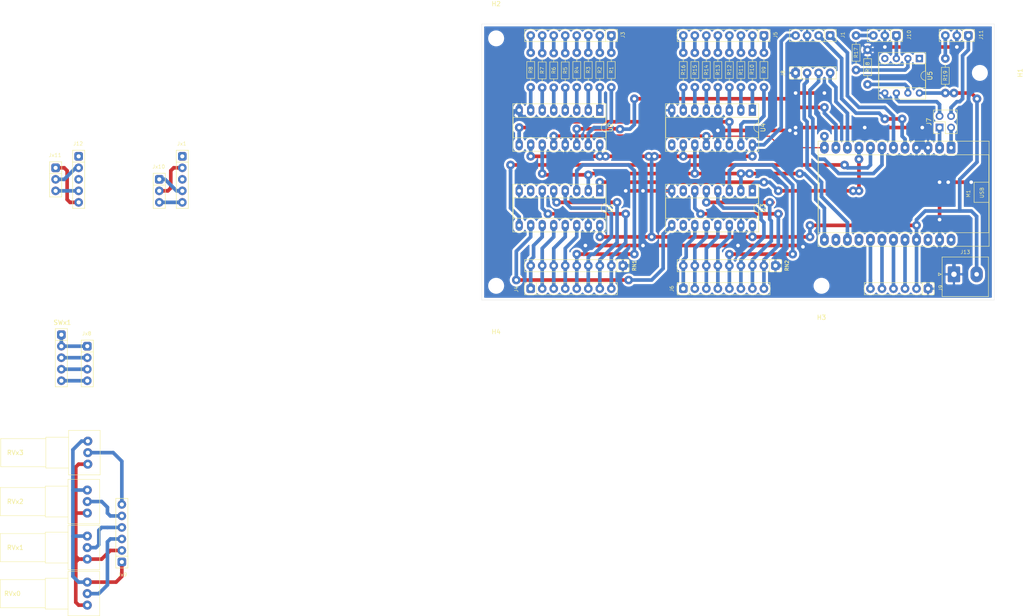
<source format=kicad_pcb>
(kicad_pcb (version 20171130) (host pcbnew "(5.1.10)-1")
  (layers (0 F.Cu signal) (31 B.Cu signal) (34 B.Paste user) (35 F.Paste user) (36 B.SilkS user) (37 F.SilkS user) (38 B.Mask user) (39 F.Mask user) (44 Edge.Cuts user))
  (net 0 "")
  (net 1 GND)
  (net 2 /Din)
  (net 3 /Clk)
  (net 4 +5V)
  (net 5 /Dout)
  (net 6 "Net-(J3-Pad8)")
  (net 7 "Net-(J3-Pad7)")
  (net 8 "Net-(J3-Pad1)")
  (net 9 "Net-(J3-Pad2)")
  (net 10 "Net-(J3-Pad3)")
  (net 11 "Net-(J3-Pad4)")
  (net 12 "Net-(J3-Pad5)")
  (net 13 "Net-(J3-Pad6)")
  (net 14 "Net-(J4-Pad8)")
  (net 15 "Net-(J4-Pad7)")
  (net 16 "Net-(J4-Pad1)")
  (net 17 "Net-(J4-Pad2)")
  (net 18 "Net-(J4-Pad3)")
  (net 19 "Net-(J4-Pad4)")
  (net 20 "Net-(J4-Pad5)")
  (net 21 "Net-(J4-Pad6)")
  (net 22 "Net-(J5-Pad8)")
  (net 23 "Net-(J5-Pad7)")
  (net 24 "Net-(J5-Pad1)")
  (net 25 "Net-(J5-Pad2)")
  (net 26 "Net-(J5-Pad3)")
  (net 27 "Net-(J5-Pad4)")
  (net 28 "Net-(J5-Pad5)")
  (net 29 "Net-(J5-Pad6)")
  (net 30 "Net-(J6-Pad8)")
  (net 31 "Net-(J6-Pad7)")
  (net 32 "Net-(J6-Pad1)")
  (net 33 "Net-(J6-Pad2)")
  (net 34 "Net-(J6-Pad3)")
  (net 35 "Net-(J6-Pad4)")
  (net 36 "Net-(J6-Pad5)")
  (net 37 "Net-(J6-Pad6)")
  (net 38 "Net-(R1-Pad2)")
  (net 39 "Net-(R2-Pad2)")
  (net 40 "Net-(R3-Pad2)")
  (net 41 "Net-(R4-Pad2)")
  (net 42 "Net-(R5-Pad2)")
  (net 43 "Net-(R6-Pad2)")
  (net 44 "Net-(R7-Pad2)")
  (net 45 "Net-(R8-Pad2)")
  (net 46 "Net-(R9-Pad2)")
  (net 47 "Net-(R10-Pad2)")
  (net 48 "Net-(R11-Pad2)")
  (net 49 "Net-(R12-Pad2)")
  (net 50 "Net-(R13-Pad2)")
  (net 51 "Net-(R14-Pad2)")
  (net 52 "Net-(R15-Pad2)")
  (net 53 "Net-(R16-Pad2)")
  (net 54 "Net-(U2-Pad9)")
  (net 55 /Latch_Out)
  (net 56 "Net-(J1-Pad1)")
  (net 57 "Net-(J1-Pad2)")
  (net 58 /CS_In)
  (net 59 "Net-(J11-Pad1)")
  (net 60 "Net-(J7-Pad2)")
  (net 61 "Net-(J7-Pad1)")
  (net 62 "Net-(J8-Pad2)")
  (net 63 "Net-(J8-Pad3)")
  (net 64 "Net-(J8-Pad4)")
  (net 65 "Net-(J9-Pad3)")
  (net 66 "Net-(J9-Pad4)")
  (net 67 "Net-(J9-Pad5)")
  (net 68 "Net-(J9-Pad6)")
  (net 69 "Net-(J10-Pad1)")
  (net 70 "Net-(J10-Pad3)")
  (net 71 "Net-(J11-Pad3)")
  (net 72 "Net-(J12-Pad2)")
  (net 73 "Net-(J12-Pad4)")
  (net 74 "Net-(J12-Pad5)")
  (net 75 "Net-(Jx1-Pad2)")
  (net 76 "Net-(Jx1-Pad4)")
  (net 77 "Net-(Jx1-Pad5)")
  (net 78 "Net-(Jx8-Pad1)")
  (net 79 "Net-(Jx8-Pad2)")
  (net 80 "Net-(Jx8-Pad3)")
  (net 81 "Net-(Jx8-Pad4)")
  (net 82 "Net-(Jx9-Pad1)")
  (net 83 "Net-(Jx9-Pad2)")
  (net 84 "Net-(Jx9-Pad3)")
  (net 85 "Net-(Jx9-Pad4)")
  (net 86 "Net-(Jx9-Pad5)")
  (net 87 "Net-(Jx9-Pad6)")
  (net 88 "Net-(R17-Pad1)")
  (net 89 "Net-(R18-Pad2)")
  (net 90 "Net-(U1-Pad10)")
  (net 91 "Net-(J7-Pad3)")
  (module 00-Fred-mod:Arduino-Pro-Micro-DIP-24 (layer F.Cu) (at 226.06 89.535 270)
    (fp_text reference M1 (at 10.16 -3.81 90) (layer F.SilkS) (effects (font (size 0.8 0.8) (thickness 0.1))))
    (fp_text value Arduino-Pro-Micro-Module hide)
    (fp_text user USB (at 9.94 -6.8 90) (layer F.SilkS) (effects (font (size 0.8 0.8) (thickness 0.1))))
    (pad 20 thru_hole oval (at 20.32 10.16 270) (size 2.6 1.9) (drill 0.8) (layers *.Cu *.Mask) (net 65 "Net-(J9-Pad3)"))
    (pad 24 thru_hole oval (at 20.32 0 270) (size 2.6 1.9) (drill 0.8) (layers *.Cu *.Mask))
    (pad 15 thru_hole oval (at 20.32 22.86 270) (size 2.6 1.9) (drill 0.8) (layers *.Cu *.Mask) (net 62 "Net-(J8-Pad2)"))
    (pad 7 thru_hole oval (at 0 15.24 270) (size 2.6 1.9) (drill 0.8) (layers *.Cu *.Mask) (net 63 "Net-(J8-Pad3)"))
    (pad 17 thru_hole oval (at 20.32 17.78 270) (size 2.6 1.9) (drill 0.8) (layers *.Cu *.Mask) (net 68 "Net-(J9-Pad6)"))
    (pad 22 thru_hole oval (at 20.32 5.08 270) (size 2.6 1.9) (drill 0.8) (layers *.Cu *.Mask))
    (pad 19 thru_hole oval (at 20.32 12.7 270) (size 2.6 1.9) (drill 0.8) (layers *.Cu *.Mask) (net 66 "Net-(J9-Pad4)"))
    (pad 3 thru_hole oval (at 0 5.08 270) (size 2.6 1.9) (drill 0.8) (layers *.Cu *.Mask) (net 1 GND))
    (pad 11 thru_hole oval (at 0 25.4 270) (size 2.6 1.9) (drill 0.8) (layers *.Cu *.Mask) (net 5 /Dout))
    (pad 16 thru_hole oval (at 20.32 20.32 270) (size 2.6 1.9) (drill 0.8) (layers *.Cu *.Mask))
    (pad 18 thru_hole oval (at 20.32 15.24 270) (size 2.6 1.9) (drill 0.8) (layers *.Cu *.Mask) (net 67 "Net-(J9-Pad5)"))
    (pad 1 thru_hole roundrect (at 0 0 270) (size 2.6 1.9) (drill 0.8) (layers *.Cu *.Mask) (net 91 "Net-(J7-Pad3)"))
    (pad 4 thru_hole oval (at 0 7.62 270) (size 2.6 1.9) (drill 0.8) (layers *.Cu *.Mask) (net 1 GND))
    (pad 14 thru_hole oval (at 20.32 25.4 270) (size 2.6 1.9) (drill 0.8) (layers *.Cu *.Mask))
    (pad 23 thru_hole oval (at 20.32 2.54 270) (size 2.6 1.9) (drill 0.8) (layers *.Cu *.Mask) (net 1 GND))
    (pad 13 thru_hole oval (at 20.32 27.94 270) (size 2.6 1.9) (drill 0.8) (layers *.Cu *.Mask) (net 3 /Clk))
    (pad 10 thru_hole oval (at 0 22.86 270) (size 2.6 1.9) (drill 0.8) (layers *.Cu *.Mask) (net 64 "Net-(J8-Pad4)"))
    (pad 12 thru_hole oval (at 0 27.94 270) (size 2.6 1.9) (drill 0.8) (layers *.Cu *.Mask) (net 55 /Latch_Out))
    (pad 9 thru_hole oval (at 0 20.32 270) (size 2.6 1.9) (drill 0.8) (layers *.Cu *.Mask) (net 58 /CS_In))
    (pad 6 thru_hole oval (at 0 12.7 270) (size 2.6 1.9) (drill 0.8) (layers *.Cu *.Mask) (net 56 "Net-(J1-Pad1)"))
    (pad 21 thru_hole oval (at 20.32 7.62 270) (size 2.6 1.9) (drill 0.8) (layers *.Cu *.Mask) (net 4 +5V))
    (pad 5 thru_hole oval (at 0 10.16 270) (size 2.6 1.9) (drill 0.8) (layers *.Cu *.Mask) (net 57 "Net-(J1-Pad2)"))
    (pad 2 thru_hole oval (at 0 2.54 270) (size 2.6 1.9) (drill 0.8) (layers *.Cu *.Mask) (net 61 "Net-(J7-Pad1)"))
    (pad 8 thru_hole oval (at 0 17.78 270) (size 2.6 1.9) (drill 0.8) (layers *.Cu *.Mask) (net 2 /Din))
  )
  (module Package_DIP:DIP-8_W7.62mm_Socket (layer F.Cu) (at 219.075 69.85 270)
    (fp_text reference U5 (at 3.81 -2.33 90) (layer F.SilkS))
    (fp_text value 6N138)
    (pad 8 thru_hole oval (at 7.62 0 270) (size 1.6 1.6) (drill 0.8) (layers *.Cu *.Mask) (net 4 +5V))
    (pad 4 thru_hole oval (at 0 7.62 270) (size 1.6 1.6) (drill 0.8) (layers *.Cu *.Mask))
    (pad 7 thru_hole oval (at 7.62 2.54 270) (size 1.6 1.6) (drill 0.8) (layers *.Cu *.Mask) (net 89 "Net-(R18-Pad2)"))
    (pad 3 thru_hole oval (at 0 5.08 270) (size 1.6 1.6) (drill 0.8) (layers *.Cu *.Mask) (net 69 "Net-(J10-Pad1)"))
    (pad 6 thru_hole oval (at 7.62 5.08 270) (size 1.6 1.6) (drill 0.8) (layers *.Cu *.Mask) (net 60 "Net-(J7-Pad2)"))
    (pad 2 thru_hole oval (at 0 2.54 270) (size 1.6 1.6) (drill 0.8) (layers *.Cu *.Mask) (net 88 "Net-(R17-Pad1)"))
    (pad 5 thru_hole oval (at 7.62 7.62 270) (size 1.6 1.6) (drill 0.8) (layers *.Cu *.Mask) (net 1 GND))
    (pad 1 thru_hole rect (at 0 0 270) (size 1.6 1.6) (drill 0.8) (layers *.Cu *.Mask))
  )
  (module 00-Fred-mod:Encoder (layer F.Cu) (at 29.8958 130.8608)
    (fp_text reference SWx1 (at 0.1524 -2.7432) (layer F.SilkS))
    (fp_text value Rotary_Encoder_Switch)
    (pad A thru_hole oval (at -0.0508 10.1092) (size 1.9 1.9) (drill 0.9) (layers *.Cu *.Mask) (net 81 "Net-(Jx8-Pad4)"))
    (pad C thru_hole oval (at -0.0508 2.4892) (size 1.9 1.9) (drill 0.9) (layers *.Cu *.Mask) (net 78 "Net-(Jx8-Pad1)"))
    (pad S1 thru_hole oval (at -0.0508 5.0292) (size 1.9 1.9) (drill 0.9) (layers *.Cu *.Mask) (net 79 "Net-(Jx8-Pad2)"))
    (pad S2 thru_hole roundrect (at -0.0508 -0.0508) (size 1.9 1.9) (drill 0.9) (layers *.Cu *.Mask) (net 78 "Net-(Jx8-Pad1)"))
    (pad B thru_hole oval (at -0.0508 7.5692) (size 1.9 1.9) (drill 0.9) (layers *.Cu *.Mask) (net 80 "Net-(Jx8-Pad3)"))
  )
  (module 00-Fred-mod:Pot_APLS_Single (layer F.Cu) (at 35.675 156.845 180)
    (fp_text reference RVx3 (at 15.99 0) (layer F.SilkS))
    (fp_text value 10k hide)
    (pad 3 thru_hole circle (at 0 -2.54 180) (size 2 2) (drill 0.9) (layers *.Cu *.Mask) (net 83 "Net-(Jx9-Pad2)"))
    (pad 2 thru_hole circle (at 0 0 180) (size 2 2) (drill 0.9) (layers *.Cu *.Mask) (net 87 "Net-(Jx9-Pad6)"))
    (pad 1 thru_hole circle (at 0 2.54 180) (size 2 2) (drill 0.9) (layers *.Cu *.Mask) (net 82 "Net-(Jx9-Pad1)"))
  )
  (module 00-Fred-mod:Pot_APLS_Single (layer F.Cu) (at 35.56 167.64 180)
    (fp_text reference RVx2 (at 15.875 0) (layer F.SilkS))
    (fp_text value 10k hide)
    (pad 3 thru_hole circle (at 0 -2.54 180) (size 2 2) (drill 0.9) (layers *.Cu *.Mask) (net 83 "Net-(Jx9-Pad2)"))
    (pad 2 thru_hole circle (at 0 0 180) (size 2 2) (drill 0.9) (layers *.Cu *.Mask) (net 86 "Net-(Jx9-Pad5)"))
    (pad 1 thru_hole circle (at 0 2.54 180) (size 2 2) (drill 0.9) (layers *.Cu *.Mask) (net 82 "Net-(Jx9-Pad1)"))
  )
  (module 00-Fred-mod:Pot_APLS_Single (layer F.Cu) (at 35.56 177.8 180)
    (fp_text reference RVx1 (at 15.875 0) (layer F.SilkS))
    (fp_text value 10k hide)
    (pad 3 thru_hole circle (at 0 -2.54 180) (size 2 2) (drill 0.9) (layers *.Cu *.Mask) (net 83 "Net-(Jx9-Pad2)"))
    (pad 2 thru_hole circle (at 0 0 180) (size 2 2) (drill 0.9) (layers *.Cu *.Mask) (net 85 "Net-(Jx9-Pad4)"))
    (pad 1 thru_hole circle (at 0 2.54 180) (size 2 2) (drill 0.9) (layers *.Cu *.Mask) (net 82 "Net-(Jx9-Pad1)"))
  )
  (module 00-Fred-mod:Pot_APLS_Single (layer F.Cu) (at 35.56 187.96 180)
    (fp_text reference RVx0 (at 16.51 0) (layer F.SilkS))
    (fp_text value 10k hide)
    (pad 3 thru_hole circle (at 0 -2.54 180) (size 2 2) (drill 0.9) (layers *.Cu *.Mask) (net 83 "Net-(Jx9-Pad2)"))
    (pad 2 thru_hole circle (at 0 0 180) (size 2 2) (drill 0.9) (layers *.Cu *.Mask) (net 84 "Net-(Jx9-Pad3)"))
    (pad 1 thru_hole circle (at 0 2.54 180) (size 2 2) (drill 0.9) (layers *.Cu *.Mask) (net 82 "Net-(Jx9-Pad1)"))
  )
  (module 00-Fred-mod:Rx (layer F.Cu) (at 224.79 77.47 90)
    (fp_text reference R19 (at 3.81 0 90) (layer F.SilkS) (effects (font (size 0.8 0.8) (thickness 0.1))))
    (fp_text value 220 hide)
    (pad 2 thru_hole circle (at 7.62 0 90) (size 1.9 1.9) (drill 0.8) (layers *.Cu *.Mask) (net 71 "Net-(J11-Pad3)"))
    (pad 1 thru_hole circle (at 0 0 90) (size 1.9 1.9) (drill 0.8) (layers *.Cu *.Mask) (net 4 +5V))
  )
  (module 00-Fred-mod:Rx (layer F.Cu) (at 207.645 67.945 270)
    (fp_text reference R18 (at 3.81 0 90) (layer F.SilkS) (effects (font (size 0.8 0.8) (thickness 0.1))))
    (fp_text value 4k7 hide)
    (pad 2 thru_hole circle (at 7.62 0 270) (size 1.9 1.9) (drill 0.8) (layers *.Cu *.Mask) (net 89 "Net-(R18-Pad2)"))
    (pad 1 thru_hole circle (at 0 0 270) (size 1.9 1.9) (drill 0.8) (layers *.Cu *.Mask) (net 1 GND))
  )
  (module 00-Fred-mod:Rx (layer F.Cu) (at 205.105 72.39 90)
    (fp_text reference R17 (at 3.81 0 90) (layer F.SilkS) (effects (font (size 0.8 0.8) (thickness 0.1))))
    (fp_text value 220 hide)
    (pad 2 thru_hole circle (at 7.62 0 90) (size 1.9 1.9) (drill 0.8) (layers *.Cu *.Mask) (net 70 "Net-(J10-Pad3)"))
    (pad 1 thru_hole circle (at 0 0 90) (size 1.9 1.9) (drill 0.8) (layers *.Cu *.Mask) (net 88 "Net-(R17-Pad1)"))
  )
  (module 00-Fred-mod:Con_1x03_P2.54mm (layer F.Cu) (at 28.575 93.98)
    (fp_text reference Jx11 (at -0.127 -2.794 180) (layer F.SilkS) (effects (font (size 0.8 0.8) (thickness 0.1))))
    (fp_text value Midi-Out hide)
    (pad 1 thru_hole roundrect (at 0 0) (size 1.9 1.9) (drill 0.9) (layers *.Cu *.Mask) (net 74 "Net-(J12-Pad5)"))
    (pad 2 thru_hole oval (at 0 2.54) (size 1.9 1.9) (drill 0.9) (layers *.Cu *.Mask) (net 72 "Net-(J12-Pad2)"))
    (pad 3 thru_hole oval (at 0 5.08) (size 1.9 1.9) (drill 0.9) (layers *.Cu *.Mask) (net 73 "Net-(J12-Pad4)"))
  )
  (module 00-Fred-mod:Con_1x03_P2.54mm (layer F.Cu) (at 51.435 96.52)
    (fp_text reference Jx10 (at -0.127 -2.794 180) (layer F.SilkS) (effects (font (size 0.8 0.8) (thickness 0.1))))
    (fp_text value Midi-In hide)
    (pad 1 thru_hole roundrect (at 0 0) (size 1.9 1.9) (drill 0.9) (layers *.Cu *.Mask) (net 76 "Net-(Jx1-Pad4)"))
    (pad 2 thru_hole oval (at 0 2.54) (size 1.9 1.9) (drill 0.9) (layers *.Cu *.Mask) (net 75 "Net-(Jx1-Pad2)"))
    (pad 3 thru_hole oval (at 0 5.08) (size 1.9 1.9) (drill 0.9) (layers *.Cu *.Mask) (net 77 "Net-(Jx1-Pad5)"))
  )
  (module 00-Fred-mod:Con_1x06_P2.54mm (layer F.Cu) (at 43.18 180.975 180)
    (fp_text reference Jx9 (at -0.127 -2.794 180) (layer F.SilkS) (effects (font (size 0.8 0.8) (thickness 0.1))))
    (fp_text value Conn_01x06 hide)
    (pad 1 thru_hole roundrect (at 0 0 180) (size 1.9 1.9) (drill 0.9) (layers *.Cu *.Mask) (net 82 "Net-(Jx9-Pad1)"))
    (pad 2 thru_hole oval (at 0 2.54 180) (size 1.9 1.9) (drill 0.9) (layers *.Cu *.Mask) (net 83 "Net-(Jx9-Pad2)"))
    (pad 3 thru_hole oval (at 0 5.08 180) (size 1.9 1.9) (drill 0.9) (layers *.Cu *.Mask) (net 84 "Net-(Jx9-Pad3)"))
    (pad 4 thru_hole oval (at 0 7.62 180) (size 1.9 1.9) (drill 0.9) (layers *.Cu *.Mask) (net 85 "Net-(Jx9-Pad4)"))
    (pad 5 thru_hole oval (at 0 10.16 180) (size 1.9 1.9) (drill 0.9) (layers *.Cu *.Mask) (net 86 "Net-(Jx9-Pad5)"))
    (pad 6 thru_hole oval (at 0 12.7 180) (size 1.9 1.9) (drill 0.9) (layers *.Cu *.Mask) (net 87 "Net-(Jx9-Pad6)"))
  )
  (module 00-Fred-mod:Con_1x04_P2.54mm (layer F.Cu) (at 35.56 133.35)
    (fp_text reference Jx8 (at -0.127 -2.794 180) (layer F.SilkS) (effects (font (size 0.8 0.8) (thickness 0.1))))
    (fp_text value Conn_01x04 hide)
    (pad 1 thru_hole roundrect (at 0 0) (size 1.9 1.9) (drill 0.9) (layers *.Cu *.Mask) (net 78 "Net-(Jx8-Pad1)"))
    (pad 2 thru_hole oval (at 0 2.54) (size 1.9 1.9) (drill 0.9) (layers *.Cu *.Mask) (net 79 "Net-(Jx8-Pad2)"))
    (pad 3 thru_hole oval (at 0 5.08) (size 1.9 1.9) (drill 0.9) (layers *.Cu *.Mask) (net 80 "Net-(Jx8-Pad3)"))
    (pad 4 thru_hole oval (at 0 7.62) (size 1.9 1.9) (drill 0.9) (layers *.Cu *.Mask) (net 81 "Net-(Jx8-Pad4)"))
  )
  (module 00-Fred-mod:Con_1x05_P2.54mm (layer F.Cu) (at 56.515 91.44)
    (fp_text reference Jx1 (at -0.127 -2.794 180) (layer F.SilkS) (effects (font (size 0.8 0.8) (thickness 0.1))))
    (fp_text value "MIDI IN" hide)
    (pad 1 thru_hole roundrect (at 0 0) (size 1.9 1.9) (drill 0.9) (layers *.Cu *.Mask))
    (pad 2 thru_hole oval (at 0 2.54) (size 1.9 1.9) (drill 0.9) (layers *.Cu *.Mask) (net 75 "Net-(Jx1-Pad2)"))
    (pad 3 thru_hole oval (at 0 5.08) (size 1.9 1.9) (drill 0.9) (layers *.Cu *.Mask))
    (pad 4 thru_hole oval (at 0 7.62) (size 1.9 1.9) (drill 0.9) (layers *.Cu *.Mask) (net 76 "Net-(Jx1-Pad4)"))
    (pad 5 thru_hole oval (at 0 10.16) (size 1.9 1.9) (drill 0.9) (layers *.Cu *.Mask) (net 77 "Net-(Jx1-Pad5)"))
  )
  (module 00-Fred-mod:Vis_1x02_P5.00 (layer F.Cu) (at 226.695 117.475)
    (fp_text reference J13 (at 2.5 -4.9) (layer F.SilkS) (effects (font (size 0.8 0.8) (thickness 0.1))))
    (fp_text value Conn_01x02 hide)
    (pad 1 thru_hole roundrect (at 0 0) (size 2.7 3.5) (drill 1.2) (layers *.Cu *.Mask) (roundrect_rratio 0.09300000000000001) (net 1 GND))
    (pad 2 thru_hole oval (at 5 0) (size 2.7 3.5) (drill 1) (layers *.Cu *.Mask) (net 4 +5V))
  )
  (module 00-Fred-mod:Con_1x05_P2.54mm (layer F.Cu) (at 33.655 91.44)
    (fp_text reference J12 (at -0.127 -2.794 180) (layer F.SilkS) (effects (font (size 0.8 0.8) (thickness 0.1))))
    (fp_text value "MIDI OUT" hide)
    (pad 1 thru_hole roundrect (at 0 0) (size 1.9 1.9) (drill 0.9) (layers *.Cu *.Mask))
    (pad 2 thru_hole oval (at 0 2.54) (size 1.9 1.9) (drill 0.9) (layers *.Cu *.Mask) (net 72 "Net-(J12-Pad2)"))
    (pad 3 thru_hole oval (at 0 5.08) (size 1.9 1.9) (drill 0.9) (layers *.Cu *.Mask))
    (pad 4 thru_hole oval (at 0 7.62) (size 1.9 1.9) (drill 0.9) (layers *.Cu *.Mask) (net 73 "Net-(J12-Pad4)"))
    (pad 5 thru_hole oval (at 0 10.16) (size 1.9 1.9) (drill 0.9) (layers *.Cu *.Mask) (net 74 "Net-(J12-Pad5)"))
  )
  (module 00-Fred-mod:Con_1x03_P2.54mm (layer F.Cu) (at 229.87 64.77 270)
    (fp_text reference J11 (at -0.127 -2.794 270) (layer F.SilkS) (effects (font (size 0.8 0.8) (thickness 0.1))))
    (fp_text value Midi-Out hide)
    (pad 1 thru_hole roundrect (at 0 0 270) (size 1.9 1.9) (drill 0.9) (layers *.Cu *.Mask) (net 59 "Net-(J11-Pad1)"))
    (pad 2 thru_hole oval (at 0 2.54 270) (size 1.9 1.9) (drill 0.9) (layers *.Cu *.Mask) (net 1 GND))
    (pad 3 thru_hole oval (at 0 5.08 270) (size 1.9 1.9) (drill 0.9) (layers *.Cu *.Mask) (net 71 "Net-(J11-Pad3)"))
  )
  (module 00-Fred-mod:Con_1x03_P2.54mm (layer F.Cu) (at 213.995 64.77 270)
    (fp_text reference J10 (at -0.127 -2.794 270) (layer F.SilkS) (effects (font (size 0.8 0.8) (thickness 0.1))))
    (fp_text value Midi-In hide)
    (pad 1 thru_hole roundrect (at 0 0 270) (size 1.9 1.9) (drill 0.9) (layers *.Cu *.Mask) (net 69 "Net-(J10-Pad1)"))
    (pad 2 thru_hole oval (at 0 2.54 270) (size 1.9 1.9) (drill 0.9) (layers *.Cu *.Mask) (net 1 GND))
    (pad 3 thru_hole oval (at 0 5.08 270) (size 1.9 1.9) (drill 0.9) (layers *.Cu *.Mask) (net 70 "Net-(J10-Pad3)"))
  )
  (module 00-Fred-mod:Con_1x06_P2.54mm (layer F.Cu) (at 220.98 120.65 270)
    (fp_text reference J9 (at -0.127 -2.794 270) (layer F.SilkS) (effects (font (size 0.8 0.8) (thickness 0.1))))
    (fp_text value Conn_01x06 hide)
    (pad 1 thru_hole roundrect (at 0 0 270) (size 1.9 1.9) (drill 0.9) (layers *.Cu *.Mask) (net 1 GND))
    (pad 2 thru_hole oval (at 0 2.54 270) (size 1.9 1.9) (drill 0.9) (layers *.Cu *.Mask) (net 4 +5V))
    (pad 3 thru_hole oval (at 0 5.08 270) (size 1.9 1.9) (drill 0.9) (layers *.Cu *.Mask) (net 65 "Net-(J9-Pad3)"))
    (pad 4 thru_hole oval (at 0 7.62 270) (size 1.9 1.9) (drill 0.9) (layers *.Cu *.Mask) (net 66 "Net-(J9-Pad4)"))
    (pad 5 thru_hole oval (at 0 10.16 270) (size 1.9 1.9) (drill 0.9) (layers *.Cu *.Mask) (net 67 "Net-(J9-Pad5)"))
    (pad 6 thru_hole oval (at 0 12.7 270) (size 1.9 1.9) (drill 0.9) (layers *.Cu *.Mask) (net 68 "Net-(J9-Pad6)"))
  )
  (module 00-Fred-mod:Con_1x04_P2.54mm (layer F.Cu) (at 191.77 73.025 90)
    (fp_text reference J8 (at -0.127 -2.794 270) (layer F.SilkS) (effects (font (size 0.8 0.8) (thickness 0.1))))
    (fp_text value Conn_01x04 hide)
    (pad 1 thru_hole roundrect (at 0 0 90) (size 1.9 1.9) (drill 0.9) (layers *.Cu *.Mask) (net 1 GND))
    (pad 2 thru_hole oval (at 0 2.54 90) (size 1.9 1.9) (drill 0.9) (layers *.Cu *.Mask) (net 62 "Net-(J8-Pad2)"))
    (pad 3 thru_hole oval (at 0 5.08 90) (size 1.9 1.9) (drill 0.9) (layers *.Cu *.Mask) (net 63 "Net-(J8-Pad3)"))
    (pad 4 thru_hole oval (at 0 7.62 90) (size 1.9 1.9) (drill 0.9) (layers *.Cu *.Mask) (net 64 "Net-(J8-Pad4)"))
  )
  (module Connector_PinHeader_2.54mm:PinHeader_2x02_P2.54mm_Vertical (layer F.Cu) (at 223.52 85.09 90)
    (fp_text reference J7 (at 1.27 -2.33 90) (layer F.SilkS))
    (fp_text value Conn_02x02_Odd_Even)
    (pad 4 thru_hole oval (at 2.54 2.54 90) (size 1.7 1.7) (drill 1) (layers *.Cu *.Mask) (net 59 "Net-(J11-Pad1)"))
    (pad 3 thru_hole oval (at 0 2.54 90) (size 1.7 1.7) (drill 1) (layers *.Cu *.Mask) (net 91 "Net-(J7-Pad3)"))
    (pad 2 thru_hole oval (at 2.54 0 90) (size 1.7 1.7) (drill 1) (layers *.Cu *.Mask) (net 60 "Net-(J7-Pad2)"))
    (pad 1 thru_hole rect (at 0 0 90) (size 1.7 1.7) (drill 1) (layers *.Cu *.Mask) (net 61 "Net-(J7-Pad1)"))
  )
  (module 00-Fred-mod:Con_1x04_P2.54mm (layer F.Cu) (at 199.39 64.77 270)
    (fp_text reference J1 (at -0.127 -2.794 270) (layer F.SilkS) (effects (font (size 0.8 0.8) (thickness 0.1))))
    (fp_text value Oled hide)
    (pad 1 thru_hole roundrect (at 0 0 270) (size 1.9 1.9) (drill 0.9) (layers *.Cu *.Mask) (net 56 "Net-(J1-Pad1)"))
    (pad 2 thru_hole oval (at 0 2.54 270) (size 1.9 1.9) (drill 0.9) (layers *.Cu *.Mask) (net 57 "Net-(J1-Pad2)"))
    (pad 3 thru_hole oval (at 0 5.08 270) (size 1.9 1.9) (drill 0.9) (layers *.Cu *.Mask) (net 1 GND))
    (pad 4 thru_hole oval (at 0 7.62 270) (size 1.9 1.9) (drill 0.9) (layers *.Cu *.Mask) (net 4 +5V))
  )
  (module Package_DIP:DIP-16_W7.62mm_Socket_LongPads (layer F.Cu) (at 182.245 81.28 270)
    (fp_text reference U4 (at 3.81 -2.33 90) (layer F.SilkS))
    (fp_text value 74HC595)
    (pad 16 thru_hole oval (at 7.62 0 270) (size 2.4 1.6) (drill 0.8) (layers *.Cu *.Mask) (net 4 +5V))
    (pad 8 thru_hole oval (at 0 17.78 270) (size 2.4 1.6) (drill 0.8) (layers *.Cu *.Mask) (net 1 GND))
    (pad 15 thru_hole oval (at 7.62 2.54 270) (size 2.4 1.6) (drill 0.8) (layers *.Cu *.Mask) (net 46 "Net-(R9-Pad2)"))
    (pad 7 thru_hole oval (at 0 15.24 270) (size 2.4 1.6) (drill 0.8) (layers *.Cu *.Mask) (net 53 "Net-(R16-Pad2)"))
    (pad 14 thru_hole oval (at 7.62 5.08 270) (size 2.4 1.6) (drill 0.8) (layers *.Cu *.Mask) (net 54 "Net-(U2-Pad9)"))
    (pad 6 thru_hole oval (at 0 12.7 270) (size 2.4 1.6) (drill 0.8) (layers *.Cu *.Mask) (net 52 "Net-(R15-Pad2)"))
    (pad 13 thru_hole oval (at 7.62 7.62 270) (size 2.4 1.6) (drill 0.8) (layers *.Cu *.Mask) (net 1 GND))
    (pad 5 thru_hole oval (at 0 10.16 270) (size 2.4 1.6) (drill 0.8) (layers *.Cu *.Mask) (net 51 "Net-(R14-Pad2)"))
    (pad 12 thru_hole oval (at 7.62 10.16 270) (size 2.4 1.6) (drill 0.8) (layers *.Cu *.Mask) (net 55 /Latch_Out))
    (pad 4 thru_hole oval (at 0 7.62 270) (size 2.4 1.6) (drill 0.8) (layers *.Cu *.Mask) (net 50 "Net-(R13-Pad2)"))
    (pad 11 thru_hole oval (at 7.62 12.7 270) (size 2.4 1.6) (drill 0.8) (layers *.Cu *.Mask) (net 3 /Clk))
    (pad 3 thru_hole oval (at 0 5.08 270) (size 2.4 1.6) (drill 0.8) (layers *.Cu *.Mask) (net 49 "Net-(R12-Pad2)"))
    (pad 10 thru_hole oval (at 7.62 15.24 270) (size 2.4 1.6) (drill 0.8) (layers *.Cu *.Mask) (net 4 +5V))
    (pad 2 thru_hole oval (at 0 2.54 270) (size 2.4 1.6) (drill 0.8) (layers *.Cu *.Mask) (net 48 "Net-(R11-Pad2)"))
    (pad 9 thru_hole oval (at 7.62 17.78 270) (size 2.4 1.6) (drill 0.8) (layers *.Cu *.Mask))
    (pad 1 thru_hole rect (at 0 0 270) (size 2.4 1.6) (drill 0.8) (layers *.Cu *.Mask) (net 47 "Net-(R10-Pad2)"))
  )
  (module Package_DIP:DIP-16_W7.62mm_Socket_LongPads (layer F.Cu) (at 182.245 99.06 270)
    (fp_text reference U3 (at 3.81 -2.33 90) (layer F.SilkS))
    (fp_text value 74HC165)
    (pad 16 thru_hole oval (at 7.62 0 270) (size 2.4 1.6) (drill 0.8) (layers *.Cu *.Mask) (net 4 +5V))
    (pad 8 thru_hole oval (at 0 17.78 270) (size 2.4 1.6) (drill 0.8) (layers *.Cu *.Mask) (net 1 GND))
    (pad 15 thru_hole oval (at 7.62 2.54 270) (size 2.4 1.6) (drill 0.8) (layers *.Cu *.Mask) (net 1 GND))
    (pad 7 thru_hole oval (at 0 15.24 270) (size 2.4 1.6) (drill 0.8) (layers *.Cu *.Mask))
    (pad 14 thru_hole oval (at 7.62 5.08 270) (size 2.4 1.6) (drill 0.8) (layers *.Cu *.Mask) (net 35 "Net-(J6-Pad4)"))
    (pad 6 thru_hole oval (at 0 12.7 270) (size 2.4 1.6) (drill 0.8) (layers *.Cu *.Mask) (net 30 "Net-(J6-Pad8)"))
    (pad 13 thru_hole oval (at 7.62 7.62 270) (size 2.4 1.6) (drill 0.8) (layers *.Cu *.Mask) (net 34 "Net-(J6-Pad3)"))
    (pad 5 thru_hole oval (at 0 10.16 270) (size 2.4 1.6) (drill 0.8) (layers *.Cu *.Mask) (net 31 "Net-(J6-Pad7)"))
    (pad 12 thru_hole oval (at 7.62 10.16 270) (size 2.4 1.6) (drill 0.8) (layers *.Cu *.Mask) (net 33 "Net-(J6-Pad2)"))
    (pad 4 thru_hole oval (at 0 7.62 270) (size 2.4 1.6) (drill 0.8) (layers *.Cu *.Mask) (net 37 "Net-(J6-Pad6)"))
    (pad 11 thru_hole oval (at 7.62 12.7 270) (size 2.4 1.6) (drill 0.8) (layers *.Cu *.Mask) (net 32 "Net-(J6-Pad1)"))
    (pad 3 thru_hole oval (at 0 5.08 270) (size 2.4 1.6) (drill 0.8) (layers *.Cu *.Mask) (net 36 "Net-(J6-Pad5)"))
    (pad 10 thru_hole oval (at 7.62 15.24 270) (size 2.4 1.6) (drill 0.8) (layers *.Cu *.Mask))
    (pad 2 thru_hole oval (at 0 2.54 270) (size 2.4 1.6) (drill 0.8) (layers *.Cu *.Mask) (net 3 /Clk))
    (pad 9 thru_hole oval (at 7.62 17.78 270) (size 2.4 1.6) (drill 0.8) (layers *.Cu *.Mask) (net 90 "Net-(U1-Pad10)"))
    (pad 1 thru_hole rect (at 0 0 270) (size 2.4 1.6) (drill 0.8) (layers *.Cu *.Mask) (net 58 /CS_In))
  )
  (module Package_DIP:DIP-16_W7.62mm_Socket_LongPads (layer F.Cu) (at 148.59 81.28 270)
    (fp_text reference U2 (at 3.81 -2.33 90) (layer F.SilkS))
    (fp_text value 74HC595)
    (pad 16 thru_hole oval (at 7.62 0 270) (size 2.4 1.6) (drill 0.8) (layers *.Cu *.Mask) (net 4 +5V))
    (pad 8 thru_hole oval (at 0 17.78 270) (size 2.4 1.6) (drill 0.8) (layers *.Cu *.Mask) (net 1 GND))
    (pad 15 thru_hole oval (at 7.62 2.54 270) (size 2.4 1.6) (drill 0.8) (layers *.Cu *.Mask) (net 38 "Net-(R1-Pad2)"))
    (pad 7 thru_hole oval (at 0 15.24 270) (size 2.4 1.6) (drill 0.8) (layers *.Cu *.Mask) (net 45 "Net-(R8-Pad2)"))
    (pad 14 thru_hole oval (at 7.62 5.08 270) (size 2.4 1.6) (drill 0.8) (layers *.Cu *.Mask) (net 5 /Dout))
    (pad 6 thru_hole oval (at 0 12.7 270) (size 2.4 1.6) (drill 0.8) (layers *.Cu *.Mask) (net 44 "Net-(R7-Pad2)"))
    (pad 13 thru_hole oval (at 7.62 7.62 270) (size 2.4 1.6) (drill 0.8) (layers *.Cu *.Mask) (net 1 GND))
    (pad 5 thru_hole oval (at 0 10.16 270) (size 2.4 1.6) (drill 0.8) (layers *.Cu *.Mask) (net 43 "Net-(R6-Pad2)"))
    (pad 12 thru_hole oval (at 7.62 10.16 270) (size 2.4 1.6) (drill 0.8) (layers *.Cu *.Mask) (net 55 /Latch_Out))
    (pad 4 thru_hole oval (at 0 7.62 270) (size 2.4 1.6) (drill 0.8) (layers *.Cu *.Mask) (net 42 "Net-(R5-Pad2)"))
    (pad 11 thru_hole oval (at 7.62 12.7 270) (size 2.4 1.6) (drill 0.8) (layers *.Cu *.Mask) (net 3 /Clk))
    (pad 3 thru_hole oval (at 0 5.08 270) (size 2.4 1.6) (drill 0.8) (layers *.Cu *.Mask) (net 41 "Net-(R4-Pad2)"))
    (pad 10 thru_hole oval (at 7.62 15.24 270) (size 2.4 1.6) (drill 0.8) (layers *.Cu *.Mask) (net 4 +5V))
    (pad 2 thru_hole oval (at 0 2.54 270) (size 2.4 1.6) (drill 0.8) (layers *.Cu *.Mask) (net 40 "Net-(R3-Pad2)"))
    (pad 9 thru_hole oval (at 7.62 17.78 270) (size 2.4 1.6) (drill 0.8) (layers *.Cu *.Mask) (net 54 "Net-(U2-Pad9)"))
    (pad 1 thru_hole rect (at 0 0 270) (size 2.4 1.6) (drill 0.8) (layers *.Cu *.Mask) (net 39 "Net-(R2-Pad2)"))
  )
  (module Package_DIP:DIP-16_W7.62mm_Socket_LongPads (layer F.Cu) (at 148.59 99.06 270)
    (fp_text reference U1 (at 3.81 -2.33 90) (layer F.SilkS))
    (fp_text value 74HC165)
    (pad 16 thru_hole oval (at 7.62 0 270) (size 2.4 1.6) (drill 0.8) (layers *.Cu *.Mask) (net 4 +5V))
    (pad 8 thru_hole oval (at 0 17.78 270) (size 2.4 1.6) (drill 0.8) (layers *.Cu *.Mask) (net 1 GND))
    (pad 15 thru_hole oval (at 7.62 2.54 270) (size 2.4 1.6) (drill 0.8) (layers *.Cu *.Mask) (net 1 GND))
    (pad 7 thru_hole oval (at 0 15.24 270) (size 2.4 1.6) (drill 0.8) (layers *.Cu *.Mask))
    (pad 14 thru_hole oval (at 7.62 5.08 270) (size 2.4 1.6) (drill 0.8) (layers *.Cu *.Mask) (net 19 "Net-(J4-Pad4)"))
    (pad 6 thru_hole oval (at 0 12.7 270) (size 2.4 1.6) (drill 0.8) (layers *.Cu *.Mask) (net 14 "Net-(J4-Pad8)"))
    (pad 13 thru_hole oval (at 7.62 7.62 270) (size 2.4 1.6) (drill 0.8) (layers *.Cu *.Mask) (net 18 "Net-(J4-Pad3)"))
    (pad 5 thru_hole oval (at 0 10.16 270) (size 2.4 1.6) (drill 0.8) (layers *.Cu *.Mask) (net 15 "Net-(J4-Pad7)"))
    (pad 12 thru_hole oval (at 7.62 10.16 270) (size 2.4 1.6) (drill 0.8) (layers *.Cu *.Mask) (net 17 "Net-(J4-Pad2)"))
    (pad 4 thru_hole oval (at 0 7.62 270) (size 2.4 1.6) (drill 0.8) (layers *.Cu *.Mask) (net 21 "Net-(J4-Pad6)"))
    (pad 11 thru_hole oval (at 7.62 12.7 270) (size 2.4 1.6) (drill 0.8) (layers *.Cu *.Mask) (net 16 "Net-(J4-Pad1)"))
    (pad 3 thru_hole oval (at 0 5.08 270) (size 2.4 1.6) (drill 0.8) (layers *.Cu *.Mask) (net 20 "Net-(J4-Pad5)"))
    (pad 10 thru_hole oval (at 7.62 15.24 270) (size 2.4 1.6) (drill 0.8) (layers *.Cu *.Mask) (net 90 "Net-(U1-Pad10)"))
    (pad 2 thru_hole oval (at 0 2.54 270) (size 2.4 1.6) (drill 0.8) (layers *.Cu *.Mask) (net 3 /Clk))
    (pad 9 thru_hole oval (at 7.62 17.78 270) (size 2.4 1.6) (drill 0.8) (layers *.Cu *.Mask) (net 2 /Din))
    (pad 1 thru_hole rect (at 0 0 270) (size 2.4 1.6) (drill 0.8) (layers *.Cu *.Mask) (net 58 /CS_In))
  )
  (module 00-Fred-mod:Con_1x09_P2.54mm (layer F.Cu) (at 187.325 115.57 270)
    (fp_text reference RN2 (at 0 -2.54 90) (layer F.SilkS) (effects (font (size 0.8 0.8))))
    (fp_text value R_Network08_US)
    (pad 9 thru_hole oval (at 0 20.32 270) (size 1.9 1.9) (drill 0.9) (layers *.Cu *.Mask) (net 32 "Net-(J6-Pad1)"))
    (pad 3 thru_hole oval (at 0 5.08 270) (size 1.9 1.9) (drill 0.9) (layers *.Cu *.Mask) (net 31 "Net-(J6-Pad7)"))
    (pad 1 thru_hole roundrect (at 0 0 270) (size 1.9 1.9) (drill 0.9) (layers *.Cu *.Mask) (net 1 GND))
    (pad 2 thru_hole oval (at 0 2.54 270) (size 1.9 1.9) (drill 0.9) (layers *.Cu *.Mask) (net 30 "Net-(J6-Pad8)"))
    (pad 8 thru_hole oval (at 0 17.78 270) (size 1.9 1.9) (drill 0.9) (layers *.Cu *.Mask) (net 33 "Net-(J6-Pad2)"))
    (pad 7 thru_hole oval (at 0 15.24 270) (size 1.9 1.9) (drill 0.9) (layers *.Cu *.Mask) (net 34 "Net-(J6-Pad3)"))
    (pad 4 thru_hole oval (at 0 7.62 270) (size 1.9 1.9) (drill 0.9) (layers *.Cu *.Mask) (net 37 "Net-(J6-Pad6)"))
    (pad 6 thru_hole oval (at 0 12.7 270) (size 1.9 1.9) (drill 0.9) (layers *.Cu *.Mask) (net 35 "Net-(J6-Pad4)"))
    (pad 5 thru_hole oval (at 0 10.16 270) (size 1.9 1.9) (drill 0.9) (layers *.Cu *.Mask) (net 36 "Net-(J6-Pad5)"))
  )
  (module 00-Fred-mod:Con_1x09_P2.54mm (layer F.Cu) (at 153.67 115.57 270)
    (fp_text reference RN1 (at 0 -2.54 90) (layer F.SilkS) (effects (font (size 0.8 0.8))))
    (fp_text value R_Network08_US)
    (pad 9 thru_hole oval (at 0 20.32 270) (size 1.9 1.9) (drill 0.9) (layers *.Cu *.Mask) (net 16 "Net-(J4-Pad1)"))
    (pad 3 thru_hole oval (at 0 5.08 270) (size 1.9 1.9) (drill 0.9) (layers *.Cu *.Mask) (net 15 "Net-(J4-Pad7)"))
    (pad 1 thru_hole roundrect (at 0 0 270) (size 1.9 1.9) (drill 0.9) (layers *.Cu *.Mask) (net 1 GND))
    (pad 2 thru_hole oval (at 0 2.54 270) (size 1.9 1.9) (drill 0.9) (layers *.Cu *.Mask) (net 14 "Net-(J4-Pad8)"))
    (pad 8 thru_hole oval (at 0 17.78 270) (size 1.9 1.9) (drill 0.9) (layers *.Cu *.Mask) (net 17 "Net-(J4-Pad2)"))
    (pad 7 thru_hole oval (at 0 15.24 270) (size 1.9 1.9) (drill 0.9) (layers *.Cu *.Mask) (net 18 "Net-(J4-Pad3)"))
    (pad 4 thru_hole oval (at 0 7.62 270) (size 1.9 1.9) (drill 0.9) (layers *.Cu *.Mask) (net 21 "Net-(J4-Pad6)"))
    (pad 6 thru_hole oval (at 0 12.7 270) (size 1.9 1.9) (drill 0.9) (layers *.Cu *.Mask) (net 19 "Net-(J4-Pad4)"))
    (pad 5 thru_hole oval (at 0 10.16 270) (size 1.9 1.9) (drill 0.9) (layers *.Cu *.Mask) (net 20 "Net-(J4-Pad5)"))
  )
  (module 00-Fred-mod:Rx (layer F.Cu) (at 167.005 68.58 270)
    (fp_text reference R16 (at 3.81 0 90) (layer F.SilkS) (effects (font (size 0.8 0.8) (thickness 0.1))))
    (fp_text value 0 hide)
    (pad 2 thru_hole circle (at 7.62 0 270) (size 1.9 1.9) (drill 0.8) (layers *.Cu *.Mask) (net 53 "Net-(R16-Pad2)"))
    (pad 1 thru_hole circle (at 0 0 270) (size 1.9 1.9) (drill 0.8) (layers *.Cu *.Mask) (net 22 "Net-(J5-Pad8)"))
  )
  (module 00-Fred-mod:Rx (layer F.Cu) (at 169.545 68.58 270)
    (fp_text reference R15 (at 3.81 0 90) (layer F.SilkS) (effects (font (size 0.8 0.8) (thickness 0.1))))
    (fp_text value 0 hide)
    (pad 2 thru_hole circle (at 7.62 0 270) (size 1.9 1.9) (drill 0.8) (layers *.Cu *.Mask) (net 52 "Net-(R15-Pad2)"))
    (pad 1 thru_hole circle (at 0 0 270) (size 1.9 1.9) (drill 0.8) (layers *.Cu *.Mask) (net 23 "Net-(J5-Pad7)"))
  )
  (module 00-Fred-mod:Rx (layer F.Cu) (at 172.085 68.58 270)
    (fp_text reference R14 (at 3.81 0 90) (layer F.SilkS) (effects (font (size 0.8 0.8) (thickness 0.1))))
    (fp_text value 0 hide)
    (pad 2 thru_hole circle (at 7.62 0 270) (size 1.9 1.9) (drill 0.8) (layers *.Cu *.Mask) (net 51 "Net-(R14-Pad2)"))
    (pad 1 thru_hole circle (at 0 0 270) (size 1.9 1.9) (drill 0.8) (layers *.Cu *.Mask) (net 29 "Net-(J5-Pad6)"))
  )
  (module 00-Fred-mod:Rx (layer F.Cu) (at 174.625 68.58 270)
    (fp_text reference R13 (at 3.81 0 90) (layer F.SilkS) (effects (font (size 0.8 0.8) (thickness 0.1))))
    (fp_text value 0 hide)
    (pad 2 thru_hole circle (at 7.62 0 270) (size 1.9 1.9) (drill 0.8) (layers *.Cu *.Mask) (net 50 "Net-(R13-Pad2)"))
    (pad 1 thru_hole circle (at 0 0 270) (size 1.9 1.9) (drill 0.8) (layers *.Cu *.Mask) (net 28 "Net-(J5-Pad5)"))
  )
  (module 00-Fred-mod:Rx (layer F.Cu) (at 177.165 68.58 270)
    (fp_text reference R12 (at 3.81 0 90) (layer F.SilkS) (effects (font (size 0.8 0.8) (thickness 0.1))))
    (fp_text value 0 hide)
    (pad 2 thru_hole circle (at 7.62 0 270) (size 1.9 1.9) (drill 0.8) (layers *.Cu *.Mask) (net 49 "Net-(R12-Pad2)"))
    (pad 1 thru_hole circle (at 0 0 270) (size 1.9 1.9) (drill 0.8) (layers *.Cu *.Mask) (net 27 "Net-(J5-Pad4)"))
  )
  (module 00-Fred-mod:Rx (layer F.Cu) (at 179.705 68.58 270)
    (fp_text reference R11 (at 3.81 0 90) (layer F.SilkS) (effects (font (size 0.8 0.8) (thickness 0.1))))
    (fp_text value 0 hide)
    (pad 2 thru_hole circle (at 7.62 0 270) (size 1.9 1.9) (drill 0.8) (layers *.Cu *.Mask) (net 48 "Net-(R11-Pad2)"))
    (pad 1 thru_hole circle (at 0 0 270) (size 1.9 1.9) (drill 0.8) (layers *.Cu *.Mask) (net 26 "Net-(J5-Pad3)"))
  )
  (module 00-Fred-mod:Rx (layer F.Cu) (at 182.245 68.58 270)
    (fp_text reference R10 (at 3.73 0.095 90) (layer F.SilkS) (effects (font (size 0.8 0.8) (thickness 0.1))))
    (fp_text value 0 hide)
    (pad 2 thru_hole circle (at 7.62 0 270) (size 1.9 1.9) (drill 0.8) (layers *.Cu *.Mask) (net 47 "Net-(R10-Pad2)"))
    (pad 1 thru_hole circle (at 0 0 270) (size 1.9 1.9) (drill 0.8) (layers *.Cu *.Mask) (net 25 "Net-(J5-Pad2)"))
  )
  (module 00-Fred-mod:Rx (layer F.Cu) (at 184.785 68.58 270)
    (fp_text reference R9 (at 3.81 0 90) (layer F.SilkS) (effects (font (size 0.8 0.8) (thickness 0.1))))
    (fp_text value 0 hide)
    (pad 2 thru_hole circle (at 7.62 0 270) (size 1.9 1.9) (drill 0.8) (layers *.Cu *.Mask) (net 46 "Net-(R9-Pad2)"))
    (pad 1 thru_hole circle (at 0 0 270) (size 1.9 1.9) (drill 0.8) (layers *.Cu *.Mask) (net 24 "Net-(J5-Pad1)"))
  )
  (module 00-Fred-mod:Rx (layer F.Cu) (at 133.35 68.58 270)
    (fp_text reference R8 (at 3.81 0 90) (layer F.SilkS) (effects (font (size 0.8 0.8) (thickness 0.1))))
    (fp_text value 0 hide)
    (pad 2 thru_hole circle (at 7.62 0 270) (size 1.9 1.9) (drill 0.8) (layers *.Cu *.Mask) (net 45 "Net-(R8-Pad2)"))
    (pad 1 thru_hole circle (at 0 0 270) (size 1.9 1.9) (drill 0.8) (layers *.Cu *.Mask) (net 6 "Net-(J3-Pad8)"))
  )
  (module 00-Fred-mod:Rx (layer F.Cu) (at 135.89 68.66 270)
    (fp_text reference R7 (at 3.81 0 90) (layer F.SilkS) (effects (font (size 0.8 0.8) (thickness 0.1))))
    (fp_text value 0 hide)
    (pad 2 thru_hole circle (at 7.62 0 270) (size 1.9 1.9) (drill 0.8) (layers *.Cu *.Mask) (net 44 "Net-(R7-Pad2)"))
    (pad 1 thru_hole circle (at 0 0 270) (size 1.9 1.9) (drill 0.8) (layers *.Cu *.Mask) (net 7 "Net-(J3-Pad7)"))
  )
  (module 00-Fred-mod:Rx (layer F.Cu) (at 138.43 68.66 270)
    (fp_text reference R6 (at 3.81 0 90) (layer F.SilkS) (effects (font (size 0.8 0.8) (thickness 0.1))))
    (fp_text value 0 hide)
    (pad 2 thru_hole circle (at 7.62 0 270) (size 1.9 1.9) (drill 0.8) (layers *.Cu *.Mask) (net 43 "Net-(R6-Pad2)"))
    (pad 1 thru_hole circle (at 0 0 270) (size 1.9 1.9) (drill 0.8) (layers *.Cu *.Mask) (net 13 "Net-(J3-Pad6)"))
  )
  (module 00-Fred-mod:Rx (layer F.Cu) (at 140.97 68.66 270)
    (fp_text reference R5 (at 3.81 0 90) (layer F.SilkS) (effects (font (size 0.8 0.8) (thickness 0.1))))
    (fp_text value 0 hide)
    (pad 2 thru_hole circle (at 7.62 0 270) (size 1.9 1.9) (drill 0.8) (layers *.Cu *.Mask) (net 42 "Net-(R5-Pad2)"))
    (pad 1 thru_hole circle (at 0 0 270) (size 1.9 1.9) (drill 0.8) (layers *.Cu *.Mask) (net 12 "Net-(J3-Pad5)"))
  )
  (module 00-Fred-mod:Rx (layer F.Cu) (at 143.51 68.58 270)
    (fp_text reference R4 (at 3.81 0 90) (layer F.SilkS) (effects (font (size 0.8 0.8) (thickness 0.1))))
    (fp_text value 0 hide)
    (pad 2 thru_hole circle (at 7.62 0 270) (size 1.9 1.9) (drill 0.8) (layers *.Cu *.Mask) (net 41 "Net-(R4-Pad2)"))
    (pad 1 thru_hole circle (at 0 0 270) (size 1.9 1.9) (drill 0.8) (layers *.Cu *.Mask) (net 11 "Net-(J3-Pad4)"))
  )
  (module 00-Fred-mod:Rx (layer F.Cu) (at 146.05 68.58 270)
    (fp_text reference R3 (at 3.81 0 90) (layer F.SilkS) (effects (font (size 0.8 0.8) (thickness 0.1))))
    (fp_text value 0 hide)
    (pad 2 thru_hole circle (at 7.62 0 270) (size 1.9 1.9) (drill 0.8) (layers *.Cu *.Mask) (net 40 "Net-(R3-Pad2)"))
    (pad 1 thru_hole circle (at 0 0 270) (size 1.9 1.9) (drill 0.8) (layers *.Cu *.Mask) (net 10 "Net-(J3-Pad3)"))
  )
  (module 00-Fred-mod:Rx (layer F.Cu) (at 148.59 68.58 270)
    (fp_text reference R2 (at 3.81 0 90) (layer F.SilkS) (effects (font (size 0.8 0.8) (thickness 0.1))))
    (fp_text value 0 hide)
    (pad 2 thru_hole circle (at 7.62 0 270) (size 1.9 1.9) (drill 0.8) (layers *.Cu *.Mask) (net 39 "Net-(R2-Pad2)"))
    (pad 1 thru_hole circle (at 0 0 270) (size 1.9 1.9) (drill 0.8) (layers *.Cu *.Mask) (net 9 "Net-(J3-Pad2)"))
  )
  (module 00-Fred-mod:Rx (layer F.Cu) (at 151.13 68.58 270)
    (fp_text reference R1 (at 3.81 0 90) (layer F.SilkS) (effects (font (size 0.8 0.8) (thickness 0.1))))
    (fp_text value 0 hide)
    (pad 2 thru_hole circle (at 7.62 0 270) (size 1.9 1.9) (drill 0.8) (layers *.Cu *.Mask) (net 38 "Net-(R1-Pad2)"))
    (pad 1 thru_hole circle (at 0 0 270) (size 1.9 1.9) (drill 0.8) (layers *.Cu *.Mask) (net 8 "Net-(J3-Pad1)"))
  )
  (module 00-Fred-mod:Con_1x08_P2.54mm (layer F.Cu) (at 167.005 120.65 90)
    (fp_text reference J6 (at 0 -2.54 270) (layer F.SilkS) (effects (font (size 0.8 0.8) (thickness 0.1))))
    (fp_text value Conn_01x08 hide)
    (pad 8 thru_hole oval (at 0 17.78 90) (size 1.9 1.9) (drill 0.9) (layers *.Cu *.Mask) (net 30 "Net-(J6-Pad8)"))
    (pad 7 thru_hole oval (at 0 15.24 90) (size 1.9 1.9) (drill 0.9) (layers *.Cu *.Mask) (net 31 "Net-(J6-Pad7)"))
    (pad 1 thru_hole roundrect (at 0 0 90) (size 1.9 1.9) (drill 0.9) (layers *.Cu *.Mask) (net 32 "Net-(J6-Pad1)"))
    (pad 2 thru_hole oval (at 0 2.54 90) (size 1.9 1.9) (drill 0.9) (layers *.Cu *.Mask) (net 33 "Net-(J6-Pad2)"))
    (pad 3 thru_hole oval (at 0 5.08 90) (size 1.9 1.9) (drill 0.9) (layers *.Cu *.Mask) (net 34 "Net-(J6-Pad3)"))
    (pad 4 thru_hole oval (at 0 7.62 90) (size 1.9 1.9) (drill 0.9) (layers *.Cu *.Mask) (net 35 "Net-(J6-Pad4)"))
    (pad 5 thru_hole oval (at 0 10.16 90) (size 1.9 1.9) (drill 0.9) (layers *.Cu *.Mask) (net 36 "Net-(J6-Pad5)"))
    (pad 6 thru_hole oval (at 0 12.7 90) (size 1.9 1.9) (drill 0.9) (layers *.Cu *.Mask) (net 37 "Net-(J6-Pad6)"))
  )
  (module 00-Fred-mod:Con_1x08_P2.54mm (layer F.Cu) (at 184.785 64.77 270)
    (fp_text reference J5 (at -0.127 -2.54 270) (layer F.SilkS) (effects (font (size 0.8 0.8) (thickness 0.1))))
    (fp_text value Conn_01x08 hide)
    (pad 8 thru_hole oval (at 0 17.78 270) (size 1.9 1.9) (drill 0.9) (layers *.Cu *.Mask) (net 22 "Net-(J5-Pad8)"))
    (pad 7 thru_hole oval (at 0 15.24 270) (size 1.9 1.9) (drill 0.9) (layers *.Cu *.Mask) (net 23 "Net-(J5-Pad7)"))
    (pad 1 thru_hole roundrect (at 0 0 270) (size 1.9 1.9) (drill 0.9) (layers *.Cu *.Mask) (net 24 "Net-(J5-Pad1)"))
    (pad 2 thru_hole oval (at 0 2.54 270) (size 1.9 1.9) (drill 0.9) (layers *.Cu *.Mask) (net 25 "Net-(J5-Pad2)"))
    (pad 3 thru_hole oval (at 0 5.08 270) (size 1.9 1.9) (drill 0.9) (layers *.Cu *.Mask) (net 26 "Net-(J5-Pad3)"))
    (pad 4 thru_hole oval (at 0 7.62 270) (size 1.9 1.9) (drill 0.9) (layers *.Cu *.Mask) (net 27 "Net-(J5-Pad4)"))
    (pad 5 thru_hole oval (at 0 10.16 270) (size 1.9 1.9) (drill 0.9) (layers *.Cu *.Mask) (net 28 "Net-(J5-Pad5)"))
    (pad 6 thru_hole oval (at 0 12.7 270) (size 1.9 1.9) (drill 0.9) (layers *.Cu *.Mask) (net 29 "Net-(J5-Pad6)"))
  )
  (module 00-Fred-mod:Con_1x08_P2.54mm (layer F.Cu) (at 133.35 120.65 90)
    (fp_text reference J4 (at -0.127 -3.175 270) (layer F.SilkS) (effects (font (size 0.8 0.8) (thickness 0.1))))
    (fp_text value Conn_01x08 hide)
    (pad 8 thru_hole oval (at 0 17.78 90) (size 1.9 1.9) (drill 0.9) (layers *.Cu *.Mask) (net 14 "Net-(J4-Pad8)"))
    (pad 7 thru_hole oval (at 0 15.24 90) (size 1.9 1.9) (drill 0.9) (layers *.Cu *.Mask) (net 15 "Net-(J4-Pad7)"))
    (pad 1 thru_hole roundrect (at 0 0 90) (size 1.9 1.9) (drill 0.9) (layers *.Cu *.Mask) (net 16 "Net-(J4-Pad1)"))
    (pad 2 thru_hole oval (at 0 2.54 90) (size 1.9 1.9) (drill 0.9) (layers *.Cu *.Mask) (net 17 "Net-(J4-Pad2)"))
    (pad 3 thru_hole oval (at 0 5.08 90) (size 1.9 1.9) (drill 0.9) (layers *.Cu *.Mask) (net 18 "Net-(J4-Pad3)"))
    (pad 4 thru_hole oval (at 0 7.62 90) (size 1.9 1.9) (drill 0.9) (layers *.Cu *.Mask) (net 19 "Net-(J4-Pad4)"))
    (pad 5 thru_hole oval (at 0 10.16 90) (size 1.9 1.9) (drill 0.9) (layers *.Cu *.Mask) (net 20 "Net-(J4-Pad5)"))
    (pad 6 thru_hole oval (at 0 12.7 90) (size 1.9 1.9) (drill 0.9) (layers *.Cu *.Mask) (net 21 "Net-(J4-Pad6)"))
  )
  (module 00-Fred-mod:Con_1x08_P2.54mm (layer F.Cu) (at 151.13 64.77 270)
    (fp_text reference J3 (at -0.127 -2.54 270) (layer F.SilkS) (effects (font (size 0.8 0.8) (thickness 0.1))))
    (fp_text value Conn_01x08 hide)
    (pad 8 thru_hole oval (at 0 17.78 270) (size 1.9 1.9) (drill 0.9) (layers *.Cu *.Mask) (net 6 "Net-(J3-Pad8)"))
    (pad 7 thru_hole oval (at 0 15.24 270) (size 1.9 1.9) (drill 0.9) (layers *.Cu *.Mask) (net 7 "Net-(J3-Pad7)"))
    (pad 1 thru_hole roundrect (at 0 0 270) (size 1.9 1.9) (drill 0.9) (layers *.Cu *.Mask) (net 8 "Net-(J3-Pad1)"))
    (pad 2 thru_hole oval (at 0 2.54 270) (size 1.9 1.9) (drill 0.9) (layers *.Cu *.Mask) (net 9 "Net-(J3-Pad2)"))
    (pad 3 thru_hole oval (at 0 5.08 270) (size 1.9 1.9) (drill 0.9) (layers *.Cu *.Mask) (net 10 "Net-(J3-Pad3)"))
    (pad 4 thru_hole oval (at 0 7.62 270) (size 1.9 1.9) (drill 0.9) (layers *.Cu *.Mask) (net 11 "Net-(J3-Pad4)"))
    (pad 5 thru_hole oval (at 0 10.16 270) (size 1.9 1.9) (drill 0.9) (layers *.Cu *.Mask) (net 12 "Net-(J3-Pad5)"))
    (pad 6 thru_hole oval (at 0 12.7 270) (size 1.9 1.9) (drill 0.9) (layers *.Cu *.Mask) (net 13 "Net-(J3-Pad6)"))
  )
  (module MountingHole:MountingHole_2.5mm (layer F.Cu) (at 125.73 120.015)
    (fp_text reference H4 (at 0 10.16) (layer F.SilkS))
    (fp_text value MountingHole)
    (pad 1 np_thru_hole circle (at 0 0) (size 2.5 2.5) (drill 2.5) (layers *.Cu *.Mask))
  )
  (module MountingHole:MountingHole_2.5mm (layer F.Cu) (at 197.485 120.015)
    (fp_text reference H3 (at 0 6.985) (layer F.SilkS))
    (fp_text value MountingHole)
    (pad 1 np_thru_hole circle (at 0 0) (size 2.5 2.5) (drill 2.5) (layers *.Cu *.Mask))
  )
  (module MountingHole:MountingHole_2.5mm (layer F.Cu) (at 125.73 65.405)
    (fp_text reference H2 (at 0 -7.62) (layer F.SilkS))
    (fp_text value MountingHole)
    (pad 1 np_thru_hole circle (at 0 0) (size 2.5 2.5) (drill 2.5) (layers *.Cu *.Mask))
  )
  (module MountingHole:MountingHole_2.5mm (layer F.Cu) (at 232.41 73.025)
    (fp_text reference H1 (at 8.89 0 270) (layer F.SilkS))
    (fp_text value MountingHole)
    (pad 1 np_thru_hole circle (at 0 0) (size 2.5 2.5) (drill 2.5) (layers *.Cu *.Mask))
  )
  (gr_line (start 122.555 62.23) (end 123.19 62.23) (angle 90) (layer Edge.Cuts) (width 0.05))
  (gr_line (start 122.555 123.19) (end 122.555 62.23) (angle 90) (layer Edge.Cuts) (width 0.05))
  (gr_line (start 235.585 123.19) (end 122.555 123.19) (angle 90) (layer Edge.Cuts) (width 0.05))
  (gr_line (start 235.585 62.23) (end 235.585 123.19) (angle 90) (layer Edge.Cuts) (width 0.05))
  (gr_line (start 123.19 62.23) (end 235.585 62.23) (angle 90) (layer Edge.Cuts) (width 0.05))
  (segment (start 164.465 74.93) (end 164.465 81.28) (width 0.8) (layer B.Cu) (net 1))
  (segment (start 161.925 72.39) (end 164.465 74.93) (width 0.8) (layer B.Cu) (net 1))
  (segment (start 130.81 73.66) (end 132.08 72.39) (width 0.8) (layer B.Cu) (net 1))
  (segment (start 130.81 81.28) (end 130.81 73.66) (width 0.8) (layer B.Cu) (net 1))
  (segment (start 179.705 106.68) (end 179.705 109.22) (width 0.8) (layer B.Cu) (net 1))
  (via (at 179.07 111.125) (size 1.9) (drill 0.8) (layers F.Cu B.Cu) (net 1))
  (segment (start 164.465 81.28) (end 164.465 83.185) (width 0.8) (layer B.Cu) (net 1))
  (segment (start 164.465 83.185) (end 166.37 85.09) (width 0.8) (layer B.Cu) (net 1))
  (segment (start 166.37 85.09) (end 173.99 85.09) (width 0.8) (layer B.Cu) (net 1))
  (segment (start 174.625 85.725) (end 174.625 86.36) (width 0.8) (layer B.Cu) (net 1))
  (segment (start 173.99 85.09) (end 174.625 85.725) (width 0.8) (layer B.Cu) (net 1))
  (segment (start 161.925 72.39) (end 155.575 72.39) (width 0.8) (layer B.Cu) (net 1))
  (segment (start 155.575 72.39) (end 156.21 72.39) (width 0.8) (layer B.Cu) (net 1))
  (segment (start 132.08 72.39) (end 155.575 72.39) (width 0.8) (layer B.Cu) (net 1))
  (segment (start 146.05 106.68) (end 146.05 110.49) (width 0.8) (layer B.Cu) (net 1))
  (segment (start 146.05 110.49) (end 145.415 111.125) (width 0.8) (layer B.Cu) (net 1))
  (via (at 145.415 111.125) (size 1.9) (drill 0.8) (layers F.Cu B.Cu) (net 1))
  (segment (start 179.07 111.125) (end 179.705 110.49) (width 0.8) (layer B.Cu) (net 1))
  (segment (start 179.705 110.49) (end 179.705 109.22) (width 0.8) (layer B.Cu) (net 1))
  (segment (start 145.415 111.125) (end 158.75 111.125) (width 0.8) (layer F.Cu) (net 1))
  (segment (start 158.75 111.125) (end 179.07 111.125) (width 0.8) (layer F.Cu) (net 1))
  (via (at 158.115 111.125) (size 1.9) (drill 0.8) (layers F.Cu B.Cu) (net 1))
  (segment (start 153.67 115.57) (end 157.48 115.57) (width 0.8) (layer B.Cu) (net 1))
  (segment (start 158.75 114.3) (end 158.75 111.125) (width 0.8) (layer B.Cu) (net 1))
  (segment (start 157.48 115.57) (end 158.75 114.3) (width 0.8) (layer B.Cu) (net 1))
  (via (at 193.394999 111.405001) (size 1.9) (drill 0.8) (layers F.Cu B.Cu) (net 1))
  (segment (start 193.394999 114.580001) (end 192.405 115.57) (width 0.8) (layer B.Cu) (net 1))
  (segment (start 193.394999 111.405001) (end 193.394999 114.580001) (width 0.8) (layer B.Cu) (net 1))
  (segment (start 187.325 115.57) (end 192.405 115.57) (width 0.8) (layer B.Cu) (net 1))
  (segment (start 193.114998 111.125) (end 193.394999 111.405001) (width 0.8) (layer F.Cu) (net 1))
  (segment (start 179.07 111.125) (end 193.114998 111.125) (width 0.8) (layer F.Cu) (net 1))
  (segment (start 207.645 67.945) (end 210.185 67.945) (width 0.8) (layer B.Cu) (net 1))
  (segment (start 211.455 66.675) (end 211.455 64.77) (width 0.8) (layer B.Cu) (net 1))
  (segment (start 210.185 67.945) (end 211.455 66.675) (width 0.8) (layer B.Cu) (net 1))
  (segment (start 220.98 120.65) (end 220.98 116.84) (width 0.8) (layer B.Cu) (net 1))
  (segment (start 223.52 114.3) (end 223.52 109.855) (width 0.8) (layer B.Cu) (net 1))
  (segment (start 220.98 116.84) (end 223.52 114.3) (width 0.8) (layer B.Cu) (net 1))
  (segment (start 223.52 114.3) (end 226.06 114.3) (width 0.8) (layer B.Cu) (net 1))
  (segment (start 226.695 114.935) (end 226.695 117.475) (width 0.8) (layer B.Cu) (net 1))
  (segment (start 226.06 114.3) (end 226.695 114.935) (width 0.8) (layer B.Cu) (net 1))
  (segment (start 191.77 73.025) (end 191.77 71.12) (width 0.8) (layer B.Cu) (net 1))
  (segment (start 194.31 68.58) (end 194.31 64.77) (width 0.8) (layer B.Cu) (net 1))
  (segment (start 191.77 71.12) (end 194.31 68.58) (width 0.8) (layer B.Cu) (net 1))
  (segment (start 227.33 64.77) (end 227.33 66.675) (width 0.8) (layer B.Cu) (net 1))
  (via (at 227.33 67.31) (size 1.9) (drill 0.8) (layers F.Cu B.Cu) (net 1))
  (segment (start 227.33 66.675) (end 226.695 67.31) (width 0.8) (layer B.Cu) (net 1))
  (segment (start 226.695 67.31) (end 211.455 67.31) (width 0.8) (layer F.Cu) (net 1))
  (via (at 211.455 67.31) (size 1.9) (drill 0.8) (layers F.Cu B.Cu) (net 1))
  (segment (start 158.115 111.125) (end 158.115 99.06) (width 0.8) (layer B.Cu) (net 1))
  (via (at 158.115 99.06) (size 1.9) (drill 0.8) (layers F.Cu B.Cu) (net 1))
  (segment (start 158.75 99.06) (end 164.465 99.06) (width 0.8) (layer F.Cu) (net 1))
  (segment (start 211.455 77.47) (end 211.455 78.105) (width 0.8) (layer B.Cu) (net 1))
  (segment (start 211.455 78.105) (end 214.63 81.28) (width 0.8) (layer B.Cu) (net 1))
  (segment (start 214.63 81.28) (end 217.17 81.28) (width 0.8) (layer B.Cu) (net 1))
  (segment (start 217.17 81.28) (end 218.44 82.55) (width 0.8) (layer B.Cu) (net 1))
  (segment (start 223.52 109.855) (end 223.52 105.41) (width 0.8) (layer B.Cu) (net 1))
  (via (at 223.52 105.41) (size 1.9) (drill 0.8) (layers F.Cu B.Cu) (net 1))
  (segment (start 223.52 105.41) (end 223.52 97.155) (width 0.8) (layer F.Cu) (net 1))
  (via (at 223.52 97.155) (size 1.9) (drill 0.8) (layers F.Cu B.Cu) (net 1))
  (segment (start 220.98 89.535) (end 220.98 95.885) (width 0.8) (layer B.Cu) (net 1))
  (segment (start 222.25 97.155) (end 223.52 97.155) (width 0.8) (layer B.Cu) (net 1))
  (segment (start 220.98 95.885) (end 222.25 97.155) (width 0.8) (layer B.Cu) (net 1))
  (segment (start 223.52 97.155) (end 225.425 97.155) (width 0.8) (layer B.Cu) (net 1))
  (via (at 225.425 97.155) (size 1.9) (drill 0.8) (layers F.Cu B.Cu) (net 1))
  (segment (start 225.425 97.155) (end 230.505 97.155) (width 0.8) (layer F.Cu) (net 1))
  (via (at 230.505 97.155) (size 1.9) (drill 0.8) (layers F.Cu B.Cu) (net 1))
  (segment (start 130.81 81.28) (end 130.81 81.915) (width 0.8) (layer B.Cu) (net 1))
  (segment (start 130.81 81.915) (end 133.35 84.455) (width 0.8) (layer B.Cu) (net 1))
  (segment (start 133.35 84.455) (end 139.7 84.455) (width 0.8) (layer B.Cu) (net 1))
  (segment (start 140.97 85.725) (end 140.97 88.9) (width 0.8) (layer B.Cu) (net 1))
  (segment (start 139.7 84.455) (end 140.97 85.725) (width 0.8) (layer B.Cu) (net 1))
  (segment (start 191.77 73.025) (end 191.77 77.47) (width 0.8) (layer B.Cu) (net 1))
  (via (at 191.77 86.36) (size 1.9) (drill 0.8) (layers F.Cu B.Cu) (net 1))
  (via (at 190.5 85.725) (size 1.9) (drill 0.8) (layers F.Cu B.Cu) (net 1))
  (segment (start 191.77 85.725) (end 191.77 86.995) (width 0.8) (layer B.Cu) (net 1))
  (via (at 191.77 85.09) (size 1.9) (drill 0.8) (layers F.Cu B.Cu) (net 1))
  (segment (start 174.625 86.36) (end 174.625 88.9) (width 0.8) (layer B.Cu) (net 1))
  (via (at 174.625 85.725) (size 1.9) (drill 0.8) (layers F.Cu B.Cu) (net 1))
  (segment (start 174.625 85.725) (end 189.865 85.725) (width 0.8) (layer F.Cu) (net 1))
  (via (at 219.71 85.09) (size 1.9) (drill 0.8) (layers F.Cu B.Cu) (net 1))
  (segment (start 219.71 86.995) (end 219.71 89.535) (width 0.8) (layer B.Cu) (net 1))
  (segment (start 219.71 89.535) (end 218.44 89.535) (width 0.8) (layer B.Cu) (net 1))
  (segment (start 220.98 89.535) (end 219.71 89.535) (width 0.8) (layer B.Cu) (net 1))
  (segment (start 219.71 88.265) (end 220.98 89.535) (width 0.8) (layer B.Cu) (net 1))
  (segment (start 219.71 88.265) (end 218.44 89.535) (width 0.8) (layer B.Cu) (net 1))
  (segment (start 219.71 86.995) (end 219.71 88.265) (width 0.8) (layer B.Cu) (net 1))
  (segment (start 130.175 81.28) (end 130.81 81.28) (width 0.8) (layer B.Cu) (net 1))
  (segment (start 128.27 83.185) (end 130.175 81.28) (width 0.8) (layer B.Cu) (net 1))
  (segment (start 128.27 90.17) (end 128.27 83.185) (width 0.8) (layer B.Cu) (net 1))
  (segment (start 130.81 92.71) (end 128.27 90.17) (width 0.8) (layer B.Cu) (net 1))
  (segment (start 130.81 99.06) (end 130.81 92.71) (width 0.8) (layer B.Cu) (net 1))
  (segment (start 158.75 99.06) (end 154.305 99.06) (width 0.8) (layer F.Cu) (net 1))
  (via (at 154.305 99.06) (size 1.9) (drill 0.8) (layers F.Cu B.Cu) (net 1))
  (segment (start 174.625 94.615) (end 174.625 88.9) (width 0.8) (layer B.Cu) (net 1))
  (segment (start 172.439999 96.800001) (end 174.625 94.615) (width 0.8) (layer B.Cu) (net 1))
  (segment (start 165.380001 96.800001) (end 172.439999 96.800001) (width 0.8) (layer B.Cu) (net 1))
  (segment (start 164.465 97.715002) (end 165.380001 96.800001) (width 0.8) (layer B.Cu) (net 1))
  (segment (start 164.465 99.06) (end 164.465 97.715002) (width 0.8) (layer B.Cu) (net 1))
  (segment (start 191.77 77.47) (end 191.77 85.725) (width 0.8) (layer B.Cu) (net 1))
  (via (at 191.77 77.47) (size 1.9) (drill 0.8) (layers F.Cu B.Cu) (net 1))
  (segment (start 191.77 77.47) (end 198.12 77.47) (width 0.8) (layer F.Cu) (net 1))
  (via (at 198.12 77.47) (size 1.9) (drill 0.8) (layers F.Cu B.Cu) (net 1))
  (via (at 207.01 85.09) (size 1.9) (drill 0.8) (layers F.Cu B.Cu) (net 1))
  (segment (start 191.77 85.09) (end 207.01 85.09) (width 0.8) (layer F.Cu) (net 1))
  (segment (start 219.71 85.09) (end 207.01 85.09) (width 0.8) (layer F.Cu) (net 1))
  (segment (start 219.71 86.995) (end 219.71 85.09) (width 0.8) (layer B.Cu) (net 1))
  (segment (start 219.71 85.09) (end 218.44 85.09) (width 0.8) (layer B.Cu) (net 1))
  (segment (start 218.44 85.09) (end 218.44 89.535) (width 0.8) (layer B.Cu) (net 1))
  (segment (start 218.44 82.55) (end 218.44 85.09) (width 0.8) (layer B.Cu) (net 1))
  (segment (start 219.075 88.9) (end 218.44 89.535) (width 0.8) (layer B.Cu) (net 1))
  (segment (start 219.075 85.725) (end 219.075 88.9) (width 0.8) (layer B.Cu) (net 1))
  (segment (start 219.71 85.09) (end 219.075 85.725) (width 0.8) (layer B.Cu) (net 1))
  (segment (start 130.81 106.68) (end 130.81 104.775) (width 0.8) (layer B.Cu) (net 2))
  (segment (start 130.81 104.775) (end 128.905 102.87) (width 0.8) (layer B.Cu) (net 2))
  (via (at 128.905 93.345) (size 1.9) (drill 0.8) (layers F.Cu B.Cu) (net 2))
  (segment (start 128.905 102.87) (end 128.905 94.615) (width 0.8) (layer B.Cu) (net 2))
  (segment (start 128.905 94.615) (end 128.905 93.345) (width 0.8) (layer B.Cu) (net 2))
  (segment (start 208.28 89.535) (end 208.28 93.345) (width 0.8) (layer B.Cu) (net 2))
  (segment (start 208.28 93.345) (end 207.645 93.98) (width 0.8) (layer B.Cu) (net 2))
  (segment (start 207.645 93.98) (end 203.2 93.98) (width 0.8) (layer B.Cu) (net 2))
  (via (at 202.565 93.345) (size 1.9) (drill 0.8) (layers F.Cu B.Cu) (net 2))
  (segment (start 203.2 93.98) (end 202.565 93.345) (width 0.8) (layer B.Cu) (net 2))
  (segment (start 128.905 93.345) (end 137.16 93.345) (width 0.8) (layer F.Cu) (net 2))
  (segment (start 137.16 93.345) (end 202.565 93.345) (width 0.8) (layer F.Cu) (net 2))
  (segment (start 179.705 99.06) (end 179.705 96.52) (width 0.8) (layer B.Cu) (net 3))
  (via (at 179.705 95.25) (size 1.9) (drill 0.8) (layers F.Cu B.Cu) (net 3))
  (segment (start 179.705 96.52) (end 179.705 96.8) (width 0.8) (layer B.Cu) (net 3))
  (segment (start 179.705 95.25) (end 181.61 95.25) (width 0.8) (layer B.Cu) (net 3))
  (via (at 181.61 95.25) (size 1.9) (drill 0.8) (layers F.Cu B.Cu) (net 3))
  (segment (start 179.705 96.52) (end 179.705 95.25) (width 0.8) (layer B.Cu) (net 3))
  (segment (start 169.545 88.9) (end 169.545 95.25) (width 0.8) (layer B.Cu) (net 3))
  (via (at 169.545 95.25) (size 1.9) (drill 0.8) (layers F.Cu B.Cu) (net 3))
  (segment (start 169.545 95.25) (end 179.705 95.25) (width 0.8) (layer F.Cu) (net 3))
  (segment (start 181.61 95.25) (end 192.405 95.25) (width 0.8) (layer F.Cu) (net 3))
  (via (at 192.685 95.25) (size 1.9) (drill 0.8) (layers F.Cu B.Cu) (net 3))
  (segment (start 192.405 95.25) (end 192.685 95.25) (width 0.8) (layer F.Cu) (net 3))
  (segment (start 169.545 95.25) (end 146.05 95.25) (width 0.8) (layer F.Cu) (net 3))
  (via (at 146.05 95.53) (size 1.9) (drill 0.8) (layers F.Cu B.Cu) (net 3))
  (segment (start 146.05 95.25) (end 146.05 95.53) (width 0.8) (layer F.Cu) (net 3))
  (segment (start 146.05 99.06) (end 146.05 95.53) (width 0.8) (layer B.Cu) (net 3))
  (segment (start 135.89 88.9) (end 135.89 95.25) (width 0.8) (layer B.Cu) (net 3))
  (via (at 135.89 95.25) (size 1.9) (drill 0.8) (layers F.Cu B.Cu) (net 3))
  (segment (start 136.17 95.53) (end 135.89 95.25) (width 0.8) (layer F.Cu) (net 3))
  (segment (start 146.05 95.53) (end 136.17 95.53) (width 0.8) (layer F.Cu) (net 3))
  (segment (start 198.12 102.87) (end 198.12 109.855) (width 0.8) (layer B.Cu) (net 3))
  (segment (start 192.685 95.25) (end 193.675 95.25) (width 0.8) (layer B.Cu) (net 3))
  (segment (start 193.675 95.25) (end 196.215 97.79) (width 0.8) (layer B.Cu) (net 3))
  (segment (start 196.215 97.79) (end 196.215 100.965) (width 0.8) (layer B.Cu) (net 3))
  (segment (start 196.215 100.965) (end 198.12 102.87) (width 0.8) (layer B.Cu) (net 3))
  (segment (start 182.245 106.68) (end 182.245 108.585) (width 0.8) (layer B.Cu) (net 4))
  (segment (start 182.245 108.585) (end 182.245 109.22) (width 0.8) (layer B.Cu) (net 4))
  (via (at 182.245 109.22) (size 1.9) (drill 0.8) (layers F.Cu B.Cu) (net 4))
  (via (at 148.59 109.22) (size 1.9) (drill 0.8) (layers F.Cu B.Cu) (net 4))
  (segment (start 148.59 108.585) (end 148.59 106.68) (width 0.8) (layer B.Cu) (net 4))
  (segment (start 181.930001 108.905001) (end 182.245 109.22) (width 0.8) (layer F.Cu) (net 4))
  (segment (start 148.59 109.22) (end 182.245 109.22) (width 0.8) (layer F.Cu) (net 4))
  (segment (start 219.075 77.47) (end 224.79 77.47) (width 0.8) (layer B.Cu) (net 4))
  (segment (start 218.44 120.65) (end 218.44 109.855) (width 0.8) (layer B.Cu) (net 4))
  (segment (start 218.44 105.41) (end 218.44 106.68) (width 0.8) (layer B.Cu) (net 4))
  (segment (start 220.345 103.505) (end 218.44 105.41) (width 0.8) (layer B.Cu) (net 4))
  (segment (start 231.695 104.695) (end 230.505 103.505) (width 0.8) (layer B.Cu) (net 4))
  (segment (start 231.695 117.475) (end 231.695 104.695) (width 0.8) (layer B.Cu) (net 4))
  (segment (start 182.245 88.9) (end 184.785 88.9) (width 0.8) (layer B.Cu) (net 4))
  (segment (start 184.785 88.9) (end 188.595 85.09) (width 0.8) (layer B.Cu) (net 4))
  (segment (start 188.595 85.09) (end 188.595 66.04) (width 0.8) (layer B.Cu) (net 4))
  (segment (start 189.865 64.77) (end 191.77 64.77) (width 0.8) (layer B.Cu) (net 4))
  (segment (start 188.595 66.04) (end 189.865 64.77) (width 0.8) (layer B.Cu) (net 4))
  (segment (start 224.79 77.47) (end 226.695 77.47) (width 0.8) (layer B.Cu) (net 4))
  (via (at 226.695 77.47) (size 1.9) (drill 0.8) (layers F.Cu B.Cu) (net 4))
  (segment (start 226.695 77.47) (end 230.505 77.47) (width 0.8) (layer F.Cu) (net 4))
  (via (at 231.775 78.74) (size 1.9) (drill 0.8) (layers F.Cu B.Cu) (net 4))
  (segment (start 230.505 77.47) (end 231.775 78.74) (width 0.8) (layer F.Cu) (net 4))
  (segment (start 231.775 78.74) (end 231.775 92.71) (width 0.8) (layer B.Cu) (net 4))
  (segment (start 231.775 92.71) (end 227.965 96.52) (width 0.8) (layer B.Cu) (net 4))
  (segment (start 227.965 96.52) (end 227.965 103.505) (width 0.8) (layer B.Cu) (net 4))
  (segment (start 227.965 103.505) (end 220.345 103.505) (width 0.8) (layer B.Cu) (net 4))
  (segment (start 230.505 103.505) (end 227.965 103.505) (width 0.8) (layer B.Cu) (net 4))
  (via (at 133.35 91.44) (size 1.9) (drill 0.8) (layers F.Cu B.Cu) (net 4))
  (segment (start 133.35 88.9) (end 133.35 91.44) (width 0.8) (layer B.Cu) (net 4))
  (segment (start 133.35 91.44) (end 148.59 91.44) (width 0.8) (layer F.Cu) (net 4))
  (via (at 148.59 91.44) (size 1.9) (drill 0.8) (layers F.Cu B.Cu) (net 4))
  (segment (start 148.59 91.44) (end 148.59 88.9) (width 0.8) (layer B.Cu) (net 4))
  (segment (start 148.59 91.44) (end 149.86 91.44) (width 0.8) (layer B.Cu) (net 4))
  (via (at 149.86 91.44) (size 1.9) (drill 0.8) (layers F.Cu B.Cu) (net 4))
  (segment (start 149.86 91.44) (end 160.655 91.44) (width 0.8) (layer F.Cu) (net 4))
  (via (at 167.005 91.44) (size 1.9) (drill 0.8) (layers F.Cu B.Cu) (net 4))
  (segment (start 167.005 88.9) (end 167.005 91.44) (width 0.8) (layer B.Cu) (net 4))
  (segment (start 167.005 91.44) (end 182.245 91.44) (width 0.8) (layer F.Cu) (net 4))
  (via (at 182.245 91.44) (size 1.9) (drill 0.8) (layers F.Cu B.Cu) (net 4))
  (segment (start 182.245 91.44) (end 182.245 88.9) (width 0.8) (layer B.Cu) (net 4))
  (segment (start 160.655 91.44) (end 167.005 91.44) (width 0.8) (layer F.Cu) (net 4))
  (via (at 159.385 91.44) (size 1.9) (drill 0.8) (layers F.Cu B.Cu) (net 4))
  (segment (start 160.02 91.44) (end 160.02 109.22) (width 0.8) (layer B.Cu) (net 4))
  (via (at 160.02 109.22) (size 1.9) (drill 0.8) (layers F.Cu B.Cu) (net 4))
  (segment (start 182.245 109.22) (end 194.945 109.22) (width 0.8) (layer F.Cu) (net 4))
  (via (at 194.945 109.22) (size 1.9) (drill 0.8) (layers F.Cu B.Cu) (net 4))
  (segment (start 218.44 106.68) (end 218.44 109.855) (width 0.8) (layer B.Cu) (net 4))
  (via (at 218.44 106.68) (size 1.9) (drill 0.8) (layers F.Cu B.Cu) (net 4))
  (segment (start 218.44 106.68) (end 194.945 106.68) (width 0.8) (layer F.Cu) (net 4))
  (via (at 194.945 106.68) (size 1.9) (drill 0.8) (layers F.Cu B.Cu) (net 4))
  (segment (start 194.945 106.68) (end 194.945 109.22) (width 0.8) (layer B.Cu) (net 4))
  (segment (start 160.655 91.44) (end 160.655 91.44) (width 0.8) (layer F.Cu) (net 4))
  (via (at 160.655 91.44) (size 1.9) (drill 0.8) (layers F.Cu B.Cu) (net 4))
  (segment (start 143.51 88.9) (end 143.51 85.09) (width 0.8) (layer B.Cu) (net 5))
  (via (at 143.51 85.37) (size 1.9) (drill 0.8) (layers F.Cu B.Cu) (net 5))
  (segment (start 143.51 85.09) (end 143.51 85.37) (width 0.8) (layer B.Cu) (net 5))
  (via (at 153.035 85.445) (size 1.9) (drill 0.8) (layers F.Cu B.Cu) (net 5))
  (segment (start 152.96 85.37) (end 153.035 85.445) (width 0.8) (layer F.Cu) (net 5))
  (segment (start 143.51 85.37) (end 152.96 85.37) (width 0.8) (layer F.Cu) (net 5))
  (segment (start 153.035 85.445) (end 155.22 85.445) (width 0.8) (layer B.Cu) (net 5))
  (segment (start 155.22 85.445) (end 156.21 84.455) (width 0.8) (layer B.Cu) (net 5))
  (via (at 156.21 78.74) (size 1.9) (drill 0.8) (layers F.Cu B.Cu) (net 5))
  (segment (start 156.21 84.455) (end 156.21 78.74) (width 0.8) (layer B.Cu) (net 5))
  (via (at 198.12 80.645) (size 1.9) (drill 0.8) (layers F.Cu B.Cu) (net 5))
  (segment (start 200.66 84.455) (end 200.66 89.535) (width 0.8) (layer B.Cu) (net 5))
  (segment (start 198.12 81.915) (end 200.66 84.455) (width 0.8) (layer B.Cu) (net 5))
  (segment (start 198.12 81.915) (end 198.12 80.645) (width 0.8) (layer B.Cu) (net 5))
  (segment (start 190.745998 78.74) (end 156.21 78.74) (width 0.8) (layer F.Cu) (net 5))
  (segment (start 192.650998 80.645) (end 190.745998 78.74) (width 0.8) (layer F.Cu) (net 5))
  (segment (start 198.12 80.645) (end 192.650998 80.645) (width 0.8) (layer F.Cu) (net 5))
  (segment (start 133.35 68.58) (end 133.35 64.77) (width 0.8) (layer B.Cu) (net 6))
  (segment (start 135.89 68.66) (end 135.89 64.77) (width 0.8) (layer B.Cu) (net 7))
  (segment (start 151.13 68.58) (end 151.13 64.77) (width 0.8) (layer B.Cu) (net 8))
  (segment (start 148.59 68.58) (end 148.59 64.77) (width 0.8) (layer B.Cu) (net 9))
  (segment (start 146.05 68.58) (end 146.05 64.77) (width 0.8) (layer B.Cu) (net 10))
  (segment (start 143.51 68.58) (end 143.51 64.77) (width 0.8) (layer B.Cu) (net 11))
  (segment (start 140.97 68.66) (end 140.97 64.77) (width 0.8) (layer B.Cu) (net 12))
  (segment (start 138.43 68.66) (end 138.43 64.77) (width 0.8) (layer B.Cu) (net 13))
  (segment (start 151.13 120.65) (end 151.13 115.57) (width 0.8) (layer B.Cu) (net 14))
  (via (at 137.16 104.14) (size 1.9) (drill 0.8) (layers F.Cu B.Cu) (net 14))
  (segment (start 137.16 104.14) (end 135.89 102.87) (width 0.8) (layer B.Cu) (net 14))
  (segment (start 135.89 99.06) (end 135.89 102.87) (width 0.8) (layer B.Cu) (net 14))
  (segment (start 151.13 115.57) (end 151.13 113.665) (width 0.8) (layer B.Cu) (net 14))
  (segment (start 151.13 113.665) (end 154.305 110.49) (width 0.8) (layer B.Cu) (net 14))
  (via (at 154.305 104.14) (size 1.9) (drill 0.8) (layers F.Cu B.Cu) (net 14))
  (segment (start 154.305 110.49) (end 154.305 104.14) (width 0.8) (layer B.Cu) (net 14))
  (segment (start 154.305 104.14) (end 137.16 104.14) (width 0.8) (layer F.Cu) (net 14))
  (segment (start 148.59 115.57) (end 148.59 120.65) (width 0.8) (layer B.Cu) (net 15))
  (via (at 152.4 101.6) (size 1.9) (drill 0.8) (layers F.Cu B.Cu) (net 15))
  (via (at 139.065 101.6) (size 1.9) (drill 0.8) (layers F.Cu B.Cu) (net 15))
  (segment (start 138.43 100.965) (end 139.065 101.6) (width 0.8) (layer B.Cu) (net 15))
  (segment (start 138.43 99.06) (end 138.43 100.965) (width 0.8) (layer B.Cu) (net 15))
  (segment (start 151.13 101.6) (end 139.065 101.6) (width 0.8) (layer F.Cu) (net 15))
  (segment (start 151.13 101.6) (end 152.4 101.6) (width 0.8) (layer F.Cu) (net 15))
  (segment (start 152.4 102.87) (end 152.4 101.6) (width 0.8) (layer B.Cu) (net 15))
  (segment (start 152.4 110.49) (end 152.4 102.87) (width 0.8) (layer B.Cu) (net 15))
  (segment (start 148.59 114.3) (end 152.4 110.49) (width 0.8) (layer B.Cu) (net 15))
  (segment (start 148.59 115.57) (end 148.59 114.3) (width 0.8) (layer B.Cu) (net 15))
  (segment (start 133.35 120.65) (end 133.35 115.57) (width 0.8) (layer B.Cu) (net 16))
  (segment (start 133.35 114.3) (end 133.35 115.57) (width 0.8) (layer B.Cu) (net 16))
  (segment (start 133.985 113.665) (end 133.35 114.3) (width 0.8) (layer B.Cu) (net 16))
  (segment (start 133.985 111.125) (end 133.985 113.665) (width 0.8) (layer B.Cu) (net 16))
  (segment (start 135.89 109.22) (end 133.985 111.125) (width 0.8) (layer B.Cu) (net 16))
  (segment (start 135.89 106.68) (end 135.89 109.22) (width 0.8) (layer B.Cu) (net 16))
  (segment (start 135.89 115.57) (end 135.89 120.65) (width 0.8) (layer B.Cu) (net 17))
  (segment (start 138.43 106.68) (end 138.43 109.22) (width 0.8) (layer B.Cu) (net 17))
  (segment (start 138.43 109.22) (end 135.89 111.76) (width 0.8) (layer B.Cu) (net 17))
  (segment (start 135.89 111.76) (end 135.89 115.57) (width 0.8) (layer B.Cu) (net 17))
  (segment (start 138.43 115.57) (end 138.43 120.65) (width 0.8) (layer B.Cu) (net 18))
  (segment (start 140.97 106.68) (end 140.97 109.22) (width 0.8) (layer B.Cu) (net 18))
  (segment (start 140.97 109.22) (end 138.43 111.76) (width 0.8) (layer B.Cu) (net 18))
  (segment (start 138.43 111.76) (end 138.43 115.57) (width 0.8) (layer B.Cu) (net 18))
  (segment (start 140.97 115.57) (end 140.97 120.65) (width 0.8) (layer B.Cu) (net 19))
  (segment (start 143.51 106.68) (end 143.51 109.22) (width 0.8) (layer B.Cu) (net 19))
  (segment (start 143.51 109.22) (end 140.97 111.76) (width 0.8) (layer B.Cu) (net 19))
  (segment (start 140.97 111.76) (end 140.97 115.57) (width 0.8) (layer B.Cu) (net 19))
  (segment (start 143.51 120.65) (end 143.51 115.57) (width 0.8) (layer B.Cu) (net 20))
  (segment (start 143.51 115.57) (end 143.51 113.03) (width 0.8) (layer B.Cu) (net 20))
  (via (at 143.51 113.03) (size 1.9) (drill 0.8) (layers F.Cu B.Cu) (net 20))
  (segment (start 143.51 113.03) (end 156.21 113.03) (width 0.8) (layer F.Cu) (net 20))
  (via (at 156.21 113.03) (size 1.9) (drill 0.8) (layers F.Cu B.Cu) (net 20))
  (segment (start 156.21 98.425) (end 156.21 97.79) (width 0.8) (layer B.Cu) (net 20))
  (segment (start 156.21 113.03) (end 156.21 98.425) (width 0.8) (layer B.Cu) (net 20))
  (segment (start 156.21 94.615) (end 156.21 98.425) (width 0.8) (layer B.Cu) (net 20))
  (segment (start 154.94 93.345) (end 156.21 94.615) (width 0.8) (layer B.Cu) (net 20))
  (segment (start 144.78 93.345) (end 154.94 93.345) (width 0.8) (layer B.Cu) (net 20))
  (segment (start 143.51 94.615) (end 144.78 93.345) (width 0.8) (layer B.Cu) (net 20))
  (segment (start 143.51 99.06) (end 143.51 94.615) (width 0.8) (layer B.Cu) (net 20))
  (segment (start 146.05 115.57) (end 146.05 120.65) (width 0.8) (layer B.Cu) (net 21))
  (segment (start 146.05 115.57) (end 146.05 113.665) (width 0.8) (layer B.Cu) (net 21))
  (segment (start 140.97 99.06) (end 140.97 101.6) (width 0.8) (layer B.Cu) (net 21))
  (segment (start 140.97 101.6) (end 142.24 102.87) (width 0.8) (layer B.Cu) (net 21))
  (segment (start 142.24 102.87) (end 149.86 102.87) (width 0.8) (layer B.Cu) (net 21))
  (segment (start 149.86 102.87) (end 151.13 104.14) (width 0.8) (layer B.Cu) (net 21))
  (segment (start 151.13 104.14) (end 151.13 109.22) (width 0.8) (layer B.Cu) (net 21))
  (segment (start 151.13 109.22) (end 147.32 113.03) (width 0.8) (layer B.Cu) (net 21))
  (segment (start 146.685 113.03) (end 146.05 113.665) (width 0.8) (layer B.Cu) (net 21))
  (segment (start 147.32 113.03) (end 146.685 113.03) (width 0.8) (layer B.Cu) (net 21))
  (segment (start 167.005 68.58) (end 167.005 64.77) (width 0.8) (layer B.Cu) (net 22))
  (segment (start 169.545 68.58) (end 169.545 64.77) (width 0.8) (layer B.Cu) (net 23))
  (segment (start 184.785 68.58) (end 184.785 64.77) (width 0.8) (layer B.Cu) (net 24))
  (segment (start 182.245 64.77) (end 182.245 68.58) (width 0.8) (layer B.Cu) (net 25))
  (segment (start 179.705 64.77) (end 179.705 68.58) (width 0.8) (layer B.Cu) (net 26))
  (segment (start 177.165 68.58) (end 177.165 64.77) (width 0.8) (layer B.Cu) (net 27))
  (segment (start 174.625 68.58) (end 174.625 64.77) (width 0.8) (layer B.Cu) (net 28))
  (segment (start 172.085 68.58) (end 172.085 64.77) (width 0.8) (layer B.Cu) (net 29))
  (segment (start 184.785 120.65) (end 184.785 115.57) (width 0.8) (layer B.Cu) (net 30))
  (via (at 170.815 104.14) (size 1.9) (drill 0.8) (layers F.Cu B.Cu) (net 30))
  (segment (start 169.545 99.06) (end 169.545 102.87) (width 0.8) (layer B.Cu) (net 30))
  (segment (start 169.545 102.87) (end 170.815 104.14) (width 0.8) (layer B.Cu) (net 30))
  (via (at 187.96 104.14) (size 1.9) (drill 0.8) (layers F.Cu B.Cu) (net 30))
  (segment (start 170.815 104.14) (end 188.595 104.14) (width 0.8) (layer F.Cu) (net 30))
  (segment (start 184.785 115.57) (end 184.785 114.3) (width 0.8) (layer B.Cu) (net 30))
  (segment (start 187.96 105.41) (end 187.96 111.125) (width 0.8) (layer B.Cu) (net 30))
  (segment (start 184.785 114.3) (end 187.96 111.125) (width 0.8) (layer B.Cu) (net 30))
  (segment (start 187.96 105.41) (end 187.96 104.14) (width 0.8) (layer B.Cu) (net 30))
  (segment (start 182.245 120.65) (end 182.245 115.57) (width 0.8) (layer B.Cu) (net 31))
  (segment (start 172.085 99.06) (end 172.085 101.6) (width 0.8) (layer B.Cu) (net 31))
  (via (at 172.085 101.6) (size 1.9) (drill 0.8) (layers F.Cu B.Cu) (net 31))
  (via (at 186.055 101.6) (size 1.9) (drill 0.8) (layers F.Cu B.Cu) (net 31))
  (segment (start 172.085 101.6) (end 186.764998 101.6) (width 0.8) (layer F.Cu) (net 31))
  (segment (start 182.245 114.3) (end 186.409999 110.135001) (width 0.8) (layer B.Cu) (net 31))
  (segment (start 182.245 115.57) (end 182.245 114.3) (width 0.8) (layer B.Cu) (net 31))
  (segment (start 186.055 105.335002) (end 186.409999 105.690001) (width 0.8) (layer B.Cu) (net 31))
  (segment (start 186.055 101.6) (end 186.055 105.335002) (width 0.8) (layer B.Cu) (net 31))
  (segment (start 186.409999 110.135001) (end 186.409999 105.690001) (width 0.8) (layer B.Cu) (net 31))
  (segment (start 167.005 120.65) (end 167.005 115.57) (width 0.8) (layer B.Cu) (net 32))
  (segment (start 169.545 106.68) (end 169.545 109.22) (width 0.8) (layer B.Cu) (net 32))
  (segment (start 167.64 113.665) (end 167.005 114.3) (width 0.8) (layer B.Cu) (net 32))
  (segment (start 167.64 111.125) (end 167.64 113.665) (width 0.8) (layer B.Cu) (net 32))
  (segment (start 167.005 114.3) (end 167.005 115.57) (width 0.8) (layer B.Cu) (net 32))
  (segment (start 169.545 109.22) (end 167.64 111.125) (width 0.8) (layer B.Cu) (net 32))
  (segment (start 169.545 115.57) (end 169.545 120.65) (width 0.8) (layer B.Cu) (net 33))
  (segment (start 172.085 106.68) (end 172.085 109.22) (width 0.8) (layer B.Cu) (net 33))
  (segment (start 169.545 111.76) (end 169.545 115.57) (width 0.8) (layer B.Cu) (net 33))
  (segment (start 172.085 109.22) (end 169.545 111.76) (width 0.8) (layer B.Cu) (net 33))
  (segment (start 172.085 120.65) (end 172.085 115.57) (width 0.8) (layer B.Cu) (net 34))
  (segment (start 174.625 106.68) (end 174.625 109.22) (width 0.8) (layer B.Cu) (net 34))
  (segment (start 172.085 111.76) (end 172.085 115.57) (width 0.8) (layer B.Cu) (net 34))
  (segment (start 174.625 109.22) (end 172.085 111.76) (width 0.8) (layer B.Cu) (net 34))
  (segment (start 174.625 115.57) (end 174.625 120.65) (width 0.8) (layer B.Cu) (net 35))
  (segment (start 177.165 106.68) (end 177.165 109.22) (width 0.8) (layer B.Cu) (net 35))
  (segment (start 174.625 111.76) (end 174.625 115.57) (width 0.8) (layer B.Cu) (net 35))
  (segment (start 177.165 109.22) (end 174.625 111.76) (width 0.8) (layer B.Cu) (net 35))
  (segment (start 177.165 115.57) (end 177.165 120.65) (width 0.8) (layer B.Cu) (net 36))
  (segment (start 177.165 115.57) (end 177.165 113.03) (width 0.8) (layer B.Cu) (net 36))
  (via (at 177.165 113.03) (size 1.9) (drill 0.8) (layers F.Cu B.Cu) (net 36))
  (via (at 191.135 113.03) (size 1.9) (drill 0.8) (layers F.Cu B.Cu) (net 36))
  (segment (start 177.165 113.03) (end 188.595 113.03) (width 0.8) (layer F.Cu) (net 36))
  (segment (start 191.135 113.03) (end 188.595 113.03) (width 0.8) (layer F.Cu) (net 36))
  (segment (start 191.135 97.79) (end 191.135 113.03) (width 0.8) (layer B.Cu) (net 36))
  (segment (start 177.165 94.615) (end 178.435 93.345) (width 0.8) (layer B.Cu) (net 36))
  (segment (start 177.165 99.06) (end 177.165 94.615) (width 0.8) (layer B.Cu) (net 36))
  (segment (start 191.135 97.79) (end 186.69 93.345) (width 0.8) (layer B.Cu) (net 36))
  (segment (start 178.435 93.345) (end 186.69 93.345) (width 0.8) (layer B.Cu) (net 36))
  (segment (start 179.705 115.57) (end 179.705 120.65) (width 0.8) (layer B.Cu) (net 37))
  (segment (start 179.705 114.3) (end 179.705 115.57) (width 0.8) (layer B.Cu) (net 37))
  (segment (start 184.785 109.22) (end 179.705 114.3) (width 0.8) (layer B.Cu) (net 37))
  (segment (start 174.625 101.6) (end 175.895 102.87) (width 0.8) (layer B.Cu) (net 37))
  (segment (start 174.625 99.06) (end 174.625 101.6) (width 0.8) (layer B.Cu) (net 37))
  (segment (start 184.785 106.045) (end 184.15 105.41) (width 0.8) (layer B.Cu) (net 37))
  (segment (start 184.785 106.045) (end 184.785 109.22) (width 0.8) (layer B.Cu) (net 37))
  (segment (start 184.15 104.14) (end 182.88 102.87) (width 0.8) (layer B.Cu) (net 37))
  (segment (start 175.895 102.87) (end 182.88 102.87) (width 0.8) (layer B.Cu) (net 37))
  (segment (start 184.15 105.41) (end 184.15 104.14) (width 0.8) (layer B.Cu) (net 37))
  (segment (start 151.13 76.2) (end 151.13 83.82) (width 0.8) (layer B.Cu) (net 38))
  (segment (start 151.13 83.82) (end 149.86 85.09) (width 0.8) (layer B.Cu) (net 38))
  (segment (start 149.86 85.09) (end 147.32 85.09) (width 0.8) (layer B.Cu) (net 38))
  (segment (start 147.32 85.09) (end 146.05 86.36) (width 0.8) (layer B.Cu) (net 38))
  (segment (start 146.05 86.36) (end 146.05 88.9) (width 0.8) (layer B.Cu) (net 38))
  (segment (start 148.59 81.28) (end 148.59 76.2) (width 0.8) (layer B.Cu) (net 39))
  (segment (start 146.05 81.28) (end 146.05 76.2) (width 0.8) (layer B.Cu) (net 40))
  (segment (start 143.51 81.28) (end 143.51 76.2) (width 0.8) (layer B.Cu) (net 41))
  (segment (start 140.97 81.28) (end 140.97 76.28) (width 0.8) (layer B.Cu) (net 42))
  (segment (start 138.43 81.28) (end 138.43 76.28) (width 0.8) (layer B.Cu) (net 43))
  (segment (start 135.89 81.28) (end 135.89 76.28) (width 0.8) (layer B.Cu) (net 44))
  (segment (start 133.35 76.2) (end 133.35 81.28) (width 0.8) (layer B.Cu) (net 45))
  (segment (start 179.705 86.36) (end 179.705 88.9) (width 0.8) (layer B.Cu) (net 46))
  (segment (start 184.785 82.55) (end 183.515 83.82) (width 0.8) (layer B.Cu) (net 46))
  (segment (start 184.785 76.2) (end 184.785 82.55) (width 0.8) (layer B.Cu) (net 46))
  (segment (start 183.515 83.82) (end 180.34 83.82) (width 0.8) (layer B.Cu) (net 46))
  (segment (start 180.34 83.82) (end 179.705 84.455) (width 0.8) (layer B.Cu) (net 46))
  (segment (start 179.705 84.455) (end 179.705 86.36) (width 0.8) (layer B.Cu) (net 46))
  (segment (start 182.245 81.28) (end 182.245 76.2) (width 0.8) (layer B.Cu) (net 47))
  (segment (start 179.705 81.28) (end 179.705 76.2) (width 0.8) (layer B.Cu) (net 48))
  (segment (start 177.165 76.2) (end 177.165 81.28) (width 0.8) (layer B.Cu) (net 49))
  (segment (start 174.625 81.28) (end 174.625 76.2) (width 0.8) (layer B.Cu) (net 50))
  (segment (start 172.085 81.28) (end 172.085 76.2) (width 0.8) (layer B.Cu) (net 51))
  (segment (start 169.545 81.28) (end 169.545 76.2) (width 0.8) (layer B.Cu) (net 52))
  (segment (start 167.005 81.28) (end 167.005 76.2) (width 0.8) (layer B.Cu) (net 53))
  (via (at 177.165 83.82) (size 1.9) (drill 0.8) (layers F.Cu B.Cu) (net 54))
  (via (at 130.81 85.09) (size 1.9) (drill 0.8) (layers F.Cu B.Cu) (net 54))
  (segment (start 130.81 86.36) (end 130.81 88.9) (width 0.8) (layer B.Cu) (net 54))
  (segment (start 130.81 86.36) (end 130.81 85.09) (width 0.8) (layer B.Cu) (net 54))
  (segment (start 141.605 83.82) (end 168.91 83.82) (width 0.8) (layer F.Cu) (net 54))
  (segment (start 140.335 85.09) (end 141.605 83.82) (width 0.8) (layer F.Cu) (net 54))
  (segment (start 131.445 85.09) (end 140.335 85.09) (width 0.8) (layer F.Cu) (net 54))
  (segment (start 177.165 88.9) (end 177.165 83.82) (width 0.8) (layer B.Cu) (net 54))
  (segment (start 168.91 83.82) (end 177.165 83.82) (width 0.8) (layer F.Cu) (net 54))
  (via (at 138.43 86.995) (size 1.9) (drill 0.8) (layers F.Cu B.Cu) (net 55))
  (segment (start 138.43 88.9) (end 138.43 86.995) (width 0.8) (layer B.Cu) (net 55))
  (segment (start 138.43 86.995) (end 138.43 86.36) (width 0.8) (layer B.Cu) (net 55))
  (segment (start 138.43 86.995) (end 172.085 86.995) (width 0.8) (layer F.Cu) (net 55))
  (via (at 172.085 86.995) (size 1.9) (drill 0.8) (layers F.Cu B.Cu) (net 55))
  (segment (start 172.085 86.995) (end 172.085 88.9) (width 0.8) (layer B.Cu) (net 55))
  (via (at 198.12 86.995) (size 1.9) (drill 0.8) (layers F.Cu B.Cu) (net 55))
  (segment (start 172.090001 87.000001) (end 186.060001 87.000001) (width 0.25) (layer F.Cu) (net 55))
  (segment (start 172.085 86.995) (end 172.090001 87.000001) (width 0.25) (layer F.Cu) (net 55))
  (segment (start 188.595 89.535) (end 198.12 89.535) (width 0.25) (layer F.Cu) (net 55))
  (segment (start 186.060001 87.000001) (end 188.595 89.535) (width 0.25) (layer F.Cu) (net 55))
  (segment (start 198.12 89.535) (end 198.12 86.995) (width 0.8) (layer B.Cu) (net 55))
  (segment (start 213.36 82.55) (end 213.36 89.535) (width 0.8) (layer B.Cu) (net 56))
  (segment (start 211.455 80.645) (end 213.36 82.55) (width 0.8) (layer B.Cu) (net 56))
  (segment (start 199.39 64.77) (end 203.2 68.58) (width 0.8) (layer B.Cu) (net 56))
  (segment (start 205.74 80.645) (end 203.2 78.105) (width 0.8) (layer B.Cu) (net 56))
  (segment (start 203.2 68.58) (end 203.2 78.105) (width 0.8) (layer B.Cu) (net 56))
  (segment (start 205.74 80.645) (end 211.455 80.645) (width 0.8) (layer B.Cu) (net 56))
  (via (at 211.455 83.185) (size 1.9) (drill 0.8) (layers F.Cu B.Cu) (net 57))
  (segment (start 211.455 83.185) (end 215.265 83.185) (width 0.8) (layer F.Cu) (net 57))
  (via (at 215.265 83.185) (size 1.9) (drill 0.8) (layers F.Cu B.Cu) (net 57))
  (segment (start 201.93 69.85) (end 196.85 64.77) (width 0.8) (layer B.Cu) (net 57))
  (segment (start 211.455 83.185) (end 210.185 81.915) (width 0.8) (layer B.Cu) (net 57))
  (segment (start 201.93 78.74) (end 205.105 81.915) (width 0.8) (layer B.Cu) (net 57))
  (segment (start 210.185 81.915) (end 205.105 81.915) (width 0.8) (layer B.Cu) (net 57))
  (segment (start 201.93 78.74) (end 201.93 69.85) (width 0.8) (layer B.Cu) (net 57))
  (segment (start 215.265 83.185) (end 215.265 86.995) (width 0.8) (layer B.Cu) (net 57))
  (segment (start 215.265 86.995) (end 215.9 87.63) (width 0.8) (layer B.Cu) (net 57))
  (segment (start 215.9 87.63) (end 215.9 89.535) (width 0.8) (layer B.Cu) (net 57))
  (via (at 187.96 99.06) (size 1.9) (drill 0.8) (layers F.Cu B.Cu) (net 58))
  (via (at 184.785 97.155) (size 1.9) (drill 0.8) (layers F.Cu B.Cu) (net 58))
  (segment (start 188.595 99.06) (end 204.47 99.06) (width 0.8) (layer F.Cu) (net 58))
  (via (at 205.74 99.06) (size 1.9) (drill 0.8) (layers F.Cu B.Cu) (net 58))
  (segment (start 204.47 99.06) (end 205.74 99.06) (width 0.8) (layer F.Cu) (net 58))
  (via (at 204.47 99.06) (size 1.9) (drill 0.8) (layers F.Cu B.Cu) (net 58))
  (segment (start 205.74 89.535) (end 205.74 92.075) (width 0.8) (layer B.Cu) (net 58))
  (via (at 205.74 92.075) (size 1.9) (drill 0.8) (layers F.Cu B.Cu) (net 58))
  (segment (start 205.74 92.075) (end 205.74 99.06) (width 0.8) (layer F.Cu) (net 58))
  (segment (start 184.785 97.155) (end 148.59 97.155) (width 0.8) (layer F.Cu) (net 58))
  (via (at 148.59 97.155) (size 1.9) (drill 0.8) (layers F.Cu B.Cu) (net 58))
  (segment (start 182.245 99.06) (end 182.245 97.79) (width 0.8) (layer B.Cu) (net 58))
  (segment (start 182.88 97.155) (end 184.785 97.155) (width 0.8) (layer B.Cu) (net 58))
  (segment (start 182.245 97.79) (end 182.88 97.155) (width 0.8) (layer B.Cu) (net 58))
  (segment (start 187.96 99.06) (end 186.055 97.155) (width 0.8) (layer B.Cu) (net 58))
  (segment (start 184.785 97.155) (end 186.055 97.155) (width 0.8) (layer B.Cu) (net 58))
  (segment (start 148.59 99.06) (end 148.59 97.155) (width 0.8) (layer B.Cu) (net 58))
  (segment (start 226.06 81.28) (end 226.06 82.55) (width 0.8) (layer B.Cu) (net 59))
  (segment (start 228.6 69.215) (end 228.6 78.74) (width 0.8) (layer B.Cu) (net 59))
  (segment (start 229.87 67.945) (end 228.6 69.215) (width 0.8) (layer B.Cu) (net 59))
  (segment (start 229.87 64.77) (end 229.87 67.945) (width 0.8) (layer B.Cu) (net 59))
  (segment (start 227.965 79.375) (end 227.33 79.375) (width 0.8) (layer B.Cu) (net 59))
  (segment (start 228.6 78.74) (end 227.965 79.375) (width 0.8) (layer B.Cu) (net 59))
  (segment (start 226.06 80.645) (end 226.06 81.28) (width 0.8) (layer B.Cu) (net 59))
  (segment (start 227.33 79.375) (end 226.06 80.645) (width 0.8) (layer B.Cu) (net 59))
  (segment (start 213.995 78.74) (end 213.995 77.47) (width 0.8) (layer B.Cu) (net 60))
  (segment (start 214.63 79.375) (end 213.995 78.74) (width 0.8) (layer B.Cu) (net 60))
  (segment (start 223.52 80.01) (end 222.885 79.375) (width 0.8) (layer B.Cu) (net 60))
  (segment (start 222.885 79.375) (end 214.63 79.375) (width 0.8) (layer B.Cu) (net 60))
  (segment (start 223.52 82.55) (end 223.52 80.01) (width 0.8) (layer B.Cu) (net 60))
  (segment (start 223.52 89.535) (end 223.52 85.09) (width 0.8) (layer B.Cu) (net 61))
  (segment (start 203.2 106.045) (end 203.2 109.855) (width 0.8) (layer B.Cu) (net 62))
  (segment (start 197.485 100.33) (end 203.2 106.045) (width 0.8) (layer B.Cu) (net 62))
  (segment (start 194.31 93.98) (end 197.485 97.155) (width 0.8) (layer B.Cu) (net 62))
  (segment (start 197.485 97.155) (end 197.485 100.33) (width 0.8) (layer B.Cu) (net 62))
  (segment (start 194.31 83.82) (end 194.31 93.98) (width 0.8) (layer B.Cu) (net 62))
  (segment (start 193.675 75.565) (end 193.675 83.185) (width 0.8) (layer B.Cu) (net 62))
  (segment (start 194.31 74.93) (end 193.675 75.565) (width 0.8) (layer B.Cu) (net 62))
  (segment (start 193.675 83.185) (end 194.31 83.82) (width 0.8) (layer B.Cu) (net 62))
  (segment (start 194.31 73.025) (end 194.31 74.93) (width 0.8) (layer B.Cu) (net 62))
  (segment (start 208.915 95.25) (end 210.82 93.345) (width 0.8) (layer B.Cu) (net 63))
  (segment (start 210.82 93.345) (end 210.82 89.535) (width 0.8) (layer B.Cu) (net 63))
  (segment (start 201.295 95.25) (end 208.915 95.25) (width 0.8) (layer B.Cu) (net 63))
  (segment (start 198.12 92.075) (end 201.295 95.25) (width 0.8) (layer B.Cu) (net 63))
  (segment (start 196.85 92.075) (end 198.12 92.075) (width 0.8) (layer B.Cu) (net 63))
  (segment (start 195.58 83.185) (end 195.58 90.805) (width 0.8) (layer B.Cu) (net 63))
  (segment (start 195.58 90.805) (end 196.85 92.075) (width 0.8) (layer B.Cu) (net 63))
  (segment (start 194.945 82.55) (end 195.58 83.185) (width 0.8) (layer B.Cu) (net 63))
  (segment (start 194.945 76.835) (end 194.945 82.55) (width 0.8) (layer B.Cu) (net 63))
  (segment (start 196.85 74.93) (end 194.945 76.835) (width 0.8) (layer B.Cu) (net 63))
  (segment (start 196.85 73.025) (end 196.85 74.93) (width 0.8) (layer B.Cu) (net 63))
  (segment (start 199.39 74.93) (end 199.39 73.025) (width 0.8) (layer B.Cu) (net 64))
  (segment (start 200.66 76.2) (end 199.39 74.93) (width 0.8) (layer B.Cu) (net 64))
  (segment (start 203.2 89.535) (end 203.2 82.55) (width 0.8) (layer B.Cu) (net 64))
  (segment (start 200.66 79.375) (end 203.2 81.915) (width 0.8) (layer B.Cu) (net 64))
  (segment (start 200.66 79.375) (end 200.66 76.2) (width 0.8) (layer B.Cu) (net 64))
  (segment (start 203.2 81.915) (end 203.2 82.55) (width 0.8) (layer B.Cu) (net 64))
  (segment (start 215.9 109.855) (end 215.9 120.65) (width 0.8) (layer B.Cu) (net 65))
  (segment (start 213.36 120.65) (end 213.36 109.855) (width 0.8) (layer B.Cu) (net 66))
  (segment (start 210.82 109.855) (end 210.82 120.65) (width 0.8) (layer B.Cu) (net 67))
  (segment (start 208.28 118.745) (end 208.28 120.65) (width 0.8) (layer B.Cu) (net 68))
  (segment (start 208.28 109.855) (end 208.28 118.745) (width 0.8) (layer B.Cu) (net 68))
  (segment (start 213.995 64.77) (end 213.995 69.85) (width 0.8) (layer B.Cu) (net 69))
  (segment (start 205.105 64.77) (end 208.915 64.77) (width 0.8) (layer B.Cu) (net 70))
  (segment (start 224.79 64.77) (end 224.79 69.85) (width 0.8) (layer B.Cu) (net 71))
  (segment (start 28.575 96.52) (end 30.48 96.52) (width 0.8) (layer B.Cu) (net 72))
  (segment (start 33.02 93.98) (end 33.655 93.98) (width 0.8) (layer B.Cu) (net 72))
  (segment (start 30.48 96.52) (end 33.02 93.98) (width 0.8) (layer B.Cu) (net 72))
  (segment (start 33.655 99.06) (end 28.575 99.06) (width 0.8) (layer B.Cu) (net 73))
  (segment (start 28.575 93.98) (end 30.48 93.98) (width 0.8) (layer F.Cu) (net 74))
  (segment (start 30.48 93.98) (end 31.115 94.615) (width 0.8) (layer F.Cu) (net 74))
  (segment (start 31.115 94.615) (end 31.115 100.965) (width 0.8) (layer F.Cu) (net 74))
  (segment (start 31.75 101.6) (end 33.655 101.6) (width 0.8) (layer F.Cu) (net 74))
  (segment (start 31.115 100.965) (end 31.75 101.6) (width 0.8) (layer F.Cu) (net 74))
  (segment (start 51.435 99.06) (end 53.34 99.06) (width 0.8) (layer F.Cu) (net 75))
  (segment (start 56.515 93.98) (end 54.61 93.98) (width 0.8) (layer F.Cu) (net 75))
  (segment (start 54.61 93.98) (end 53.975 94.615) (width 0.8) (layer F.Cu) (net 75))
  (segment (start 53.975 94.615) (end 53.975 98.425) (width 0.8) (layer F.Cu) (net 75))
  (segment (start 53.34 99.06) (end 53.975 98.425) (width 0.8) (layer F.Cu) (net 75))
  (segment (start 55.245 99.06) (end 56.515 99.06) (width 0.8) (layer B.Cu) (net 76))
  (segment (start 52.705 96.52) (end 55.245 99.06) (width 0.8) (layer B.Cu) (net 76))
  (segment (start 51.435 96.52) (end 52.705 96.52) (width 0.8) (layer B.Cu) (net 76))
  (segment (start 51.435 101.6) (end 56.515 101.6) (width 0.8) (layer B.Cu) (net 77))
  (segment (start 35.56 133.35) (end 29.845 133.35) (width 0.8) (layer B.Cu) (net 78))
  (segment (start 29.845 130.81) (end 29.845 133.35) (width 0.8) (layer B.Cu) (net 78))
  (segment (start 35.56 135.89) (end 29.845 135.89) (width 0.8) (layer B.Cu) (net 79))
  (segment (start 35.56 138.43) (end 29.845 138.43) (width 0.8) (layer B.Cu) (net 80))
  (segment (start 35.56 140.97) (end 29.845 140.97) (width 0.8) (layer B.Cu) (net 81))
  (segment (start 33.655 185.42) (end 35.56 185.42) (width 0.8) (layer B.Cu) (net 82))
  (segment (start 32.385 184.15) (end 33.655 185.42) (width 0.8) (layer B.Cu) (net 82))
  (segment (start 34.29 154.305) (end 32.385 156.21) (width 0.8) (layer B.Cu) (net 82))
  (segment (start 35.675 154.305) (end 34.29 154.305) (width 0.8) (layer B.Cu) (net 82))
  (segment (start 35.56 175.26) (end 32.385 175.26) (width 0.8) (layer B.Cu) (net 82))
  (segment (start 32.385 175.26) (end 32.385 184.15) (width 0.8) (layer B.Cu) (net 82))
  (segment (start 35.56 165.1) (end 32.385 165.1) (width 0.8) (layer B.Cu) (net 82))
  (segment (start 32.385 165.1) (end 32.385 175.26) (width 0.8) (layer B.Cu) (net 82))
  (segment (start 32.385 156.21) (end 32.385 165.1) (width 0.8) (layer B.Cu) (net 82))
  (segment (start 35.56 185.42) (end 41.91 185.42) (width 0.8) (layer F.Cu) (net 82))
  (segment (start 43.18 184.15) (end 43.18 180.975) (width 0.8) (layer F.Cu) (net 82))
  (segment (start 41.91 185.42) (end 43.18 184.15) (width 0.8) (layer F.Cu) (net 82))
  (segment (start 35.675 159.385) (end 33.655 159.385) (width 0.8) (layer F.Cu) (net 83))
  (segment (start 33.655 159.385) (end 33.02 160.02) (width 0.8) (layer F.Cu) (net 83))
  (segment (start 33.655 190.5) (end 35.56 190.5) (width 0.8) (layer F.Cu) (net 83))
  (segment (start 33.02 189.865) (end 33.655 190.5) (width 0.8) (layer F.Cu) (net 83))
  (segment (start 33.655 180.34) (end 33.02 180.975) (width 0.8) (layer F.Cu) (net 83))
  (segment (start 33.02 180.975) (end 33.02 189.865) (width 0.8) (layer F.Cu) (net 83))
  (segment (start 33.655 180.34) (end 33.02 179.705) (width 0.8) (layer F.Cu) (net 83))
  (segment (start 34.29 180.34) (end 33.655 180.34) (width 0.8) (layer F.Cu) (net 83))
  (segment (start 33.02 179.705) (end 33.02 180.975) (width 0.8) (layer F.Cu) (net 83))
  (segment (start 35.56 180.34) (end 34.29 180.34) (width 0.8) (layer F.Cu) (net 83))
  (segment (start 35.56 180.34) (end 38.735 180.34) (width 0.8) (layer F.Cu) (net 83))
  (segment (start 40.64 178.435) (end 43.18 178.435) (width 0.8) (layer F.Cu) (net 83))
  (segment (start 38.735 180.34) (end 40.64 178.435) (width 0.8) (layer F.Cu) (net 83))
  (segment (start 35.56 170.18) (end 33.02 170.18) (width 0.8) (layer F.Cu) (net 83))
  (segment (start 33.02 170.18) (end 33.02 179.705) (width 0.8) (layer F.Cu) (net 83))
  (segment (start 33.02 160.02) (end 33.02 170.18) (width 0.8) (layer F.Cu) (net 83))
  (segment (start 38.1 187.96) (end 35.56 187.96) (width 0.8) (layer B.Cu) (net 84))
  (segment (start 40.005 186.055) (end 38.1 187.96) (width 0.8) (layer B.Cu) (net 84))
  (segment (start 40.005 176.53) (end 40.005 186.055) (width 0.8) (layer B.Cu) (net 84))
  (segment (start 40.64 175.895) (end 40.005 176.53) (width 0.8) (layer B.Cu) (net 84))
  (segment (start 43.18 175.895) (end 40.64 175.895) (width 0.8) (layer B.Cu) (net 84))
  (segment (start 40.005 173.355) (end 43.18 173.355) (width 0.8) (layer B.Cu) (net 85))
  (segment (start 37.465 177.8) (end 38.1 177.165) (width 0.8) (layer B.Cu) (net 85))
  (segment (start 35.56 177.8) (end 37.465 177.8) (width 0.8) (layer B.Cu) (net 85))
  (segment (start 38.1 177.165) (end 38.1 173.99) (width 0.8) (layer B.Cu) (net 85))
  (segment (start 38.1 173.99) (end 38.735 173.355) (width 0.8) (layer B.Cu) (net 85))
  (segment (start 38.735 173.355) (end 40.005 173.355) (width 0.8) (layer B.Cu) (net 85))
  (segment (start 35.56 167.64) (end 38.735 167.64) (width 0.8) (layer B.Cu) (net 86))
  (segment (start 38.735 167.64) (end 40.005 168.91) (width 0.8) (layer B.Cu) (net 86))
  (segment (start 40.005 168.91) (end 40.005 170.18) (width 0.8) (layer B.Cu) (net 86))
  (segment (start 40.64 170.815) (end 43.18 170.815) (width 0.8) (layer B.Cu) (net 86))
  (segment (start 40.005 170.18) (end 40.64 170.815) (width 0.8) (layer B.Cu) (net 86))
  (segment (start 35.675 156.845) (end 41.275 156.845) (width 0.8) (layer B.Cu) (net 87))
  (segment (start 43.18 158.75) (end 43.18 168.275) (width 0.8) (layer B.Cu) (net 87))
  (segment (start 41.275 156.845) (end 43.18 158.75) (width 0.8) (layer B.Cu) (net 87))
  (segment (start 216.535 71.755) (end 216.535 69.85) (width 0.8) (layer B.Cu) (net 88))
  (segment (start 215.9 72.39) (end 216.535 71.755) (width 0.8) (layer B.Cu) (net 88))
  (segment (start 205.105 72.39) (end 215.9 72.39) (width 0.8) (layer B.Cu) (net 88))
  (segment (start 216.535 76.2) (end 216.535 77.47) (width 0.8) (layer B.Cu) (net 89))
  (segment (start 215.9 75.565) (end 216.535 76.2) (width 0.8) (layer B.Cu) (net 89))
  (segment (start 207.645 75.565) (end 215.9 75.565) (width 0.8) (layer B.Cu) (net 89))
  (segment (start 164.465 106.68) (end 163.195 107.95) (width 0.8) (layer B.Cu) (net 90))
  (segment (start 163.195 107.95) (end 162.56 108.585) (width 0.8) (layer B.Cu) (net 90))
  (segment (start 162.56 108.585) (end 162.56 116.205) (width 0.8) (layer B.Cu) (net 90))
  (segment (start 162.56 116.205) (end 160.02 118.745) (width 0.8) (layer B.Cu) (net 90))
  (via (at 154.94 118.745) (size 1.9) (drill 0.8) (layers F.Cu B.Cu) (net 90))
  (segment (start 160.02 118.745) (end 154.94 118.745) (width 0.8) (layer B.Cu) (net 90))
  (segment (start 154.94 118.745) (end 130.175 118.745) (width 0.8) (layer F.Cu) (net 90))
  (via (at 130.175 118.745) (size 1.9) (drill 0.8) (layers F.Cu B.Cu) (net 90))
  (segment (start 130.175 118.745) (end 130.175 112.395) (width 0.8) (layer B.Cu) (net 90))
  (segment (start 133.35 109.22) (end 133.35 106.68) (width 0.8) (layer B.Cu) (net 90))
  (segment (start 130.175 112.395) (end 133.35 109.22) (width 0.8) (layer B.Cu) (net 90))
  (segment (start 226.06 89.535) (end 226.06 85.09) (width 0.8) (layer B.Cu) (net 91))
  (zone (net 1) (net_name GND) (layer B.Cu) (connect_pads (clearance 0.508)) (min_thickness 0.254) (fill yes (arc_segments 32) (thermal_gap 0.508) (thermal_bridge_width 0.508) (smoothing fillet))
    (polygon (pts (xy 235.585 123.19) (xy 122.555 123.19) (xy 122.555 62.23) (xy 235.585 62.23)))
  )
)
</source>
